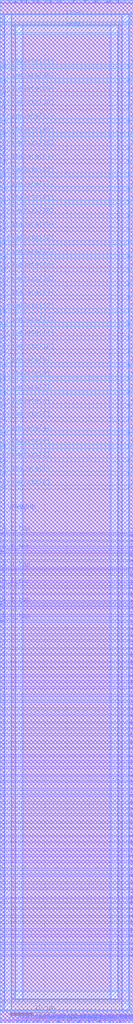
<source format=lef>
##
## LEF for PtnCells ;
## created by Innovus v15.20-p005_1 on Wed Apr 21 17:46:52 2021
##

VERSION 5.7 ;

BUSBITCHARS "[]" ;
DIVIDERCHAR "/" ;

MACRO W_IO
  CLASS BLOCK ;
  SIZE 29.9000 BY 229.8400 ;
  FOREIGN W_IO 0.0000 0.0000 ;
  ORIGIN 0 0 ;
  SYMMETRY X Y R90 ;
  PIN E1BEG[3]
    DIRECTION OUTPUT ;
    USE SIGNAL ;
    ANTENNAPARTIALMETALAREA 0.5533 LAYER met1  ;
    ANTENNAPARTIALMETALSIDEAREA 2.6215 LAYER met1  ;
    ANTENNAPARTIALCUTAREA 0.0225 LAYER via  ;
    ANTENNADIFFAREA 1.782 LAYER met2  ;
    ANTENNAPARTIALMETALAREA 12.1166 LAYER met2  ;
    ANTENNAPARTIALMETALSIDEAREA 60.347 LAYER met2  ;
    PORT
      LAYER met1 ;
        RECT 29.3050 67.4200 29.9000 67.5600 ;
    END
  END E1BEG[3]
  PIN E1BEG[2]
    DIRECTION OUTPUT ;
    USE SIGNAL ;
    ANTENNAPARTIALMETALAREA 0.8777 LAYER met1  ;
    ANTENNAPARTIALMETALSIDEAREA 4.2805 LAYER met1  ;
    ANTENNAPARTIALCUTAREA 0.0225 LAYER via  ;
    ANTENNAPARTIALMETALAREA 2.5969 LAYER met2  ;
    ANTENNAPARTIALMETALSIDEAREA 12.8135 LAYER met2  ;
    ANTENNAPARTIALCUTAREA 0.04 LAYER via2  ;
    ANTENNAPARTIALMETALAREA 0.538 LAYER met3  ;
    ANTENNAPARTIALMETALSIDEAREA 3.336 LAYER met3  ;
    ANTENNAPARTIALCUTAREA 0.04 LAYER via3  ;
    ANTENNADIFFAREA 3.564 LAYER met4  ;
    ANTENNAPARTIALMETALAREA 10.0008 LAYER met4  ;
    ANTENNAPARTIALMETALSIDEAREA 53.808 LAYER met4  ;
    PORT
      LAYER met1 ;
        RECT 29.3050 66.0600 29.9000 66.2000 ;
    END
  END E1BEG[2]
  PIN E1BEG[1]
    DIRECTION OUTPUT ;
    USE SIGNAL ;
    ANTENNAPARTIALMETALAREA 3.6729 LAYER met1  ;
    ANTENNAPARTIALMETALSIDEAREA 18.1825 LAYER met1  ;
    ANTENNAPARTIALCUTAREA 0.0225 LAYER via  ;
    ANTENNADIFFAREA 1.782 LAYER met2  ;
    ANTENNAPARTIALMETALAREA 3.756 LAYER met2  ;
    ANTENNAPARTIALMETALSIDEAREA 18.662 LAYER met2  ;
    PORT
      LAYER met1 ;
        RECT 29.3050 64.7000 29.9000 64.8400 ;
    END
  END E1BEG[1]
  PIN E1BEG[0]
    DIRECTION OUTPUT ;
    USE SIGNAL ;
    ANTENNAPARTIALMETALAREA 0.3961 LAYER met1  ;
    ANTENNAPARTIALMETALSIDEAREA 1.8725 LAYER met1  ;
    ANTENNAPARTIALCUTAREA 0.0225 LAYER via  ;
    ANTENNAPARTIALMETALAREA 2.7901 LAYER met2  ;
    ANTENNAPARTIALMETALSIDEAREA 13.7795 LAYER met2  ;
    ANTENNAPARTIALCUTAREA 0.04 LAYER via2  ;
    ANTENNAPARTIALMETALAREA 1.78 LAYER met3  ;
    ANTENNAPARTIALMETALSIDEAREA 9.96 LAYER met3  ;
    ANTENNAPARTIALCUTAREA 0.04 LAYER via3  ;
    ANTENNADIFFAREA 3.564 LAYER met4  ;
    ANTENNAPARTIALMETALAREA 33.2418 LAYER met4  ;
    ANTENNAPARTIALMETALSIDEAREA 177.76 LAYER met4  ;
    PORT
      LAYER met1 ;
        RECT 29.3050 63.0000 29.9000 63.1400 ;
    END
  END E1BEG[0]
  PIN E2BEG[7]
    DIRECTION OUTPUT ;
    USE SIGNAL ;
    ANTENNADIFFAREA 3.564 LAYER met1  ;
    ANTENNAPARTIALMETALAREA 1.0681 LAYER met1  ;
    ANTENNAPARTIALMETALSIDEAREA 5.236 LAYER met1  ;
    PORT
      LAYER met1 ;
        RECT 29.3050 79.6600 29.9000 79.8000 ;
    END
  END E2BEG[7]
  PIN E2BEG[6]
    DIRECTION OUTPUT ;
    USE SIGNAL ;
    ANTENNADIFFAREA 3.564 LAYER met1  ;
    ANTENNAPARTIALMETALAREA 1.0397 LAYER met1  ;
    ANTENNAPARTIALMETALSIDEAREA 5.131 LAYER met1  ;
    PORT
      LAYER met1 ;
        RECT 29.3050 77.9600 29.9000 78.1000 ;
    END
  END E2BEG[6]
  PIN E2BEG[5]
    DIRECTION OUTPUT ;
    USE SIGNAL ;
    ANTENNAPARTIALMETALAREA 0.7657 LAYER met1  ;
    ANTENNAPARTIALMETALSIDEAREA 3.7205 LAYER met1  ;
    ANTENNAPARTIALCUTAREA 0.0225 LAYER via  ;
    ANTENNADIFFAREA 3.564 LAYER met2  ;
    ANTENNAPARTIALMETALAREA 1.8828 LAYER met2  ;
    ANTENNAPARTIALMETALSIDEAREA 9.296 LAYER met2  ;
    PORT
      LAYER met1 ;
        RECT 29.3050 76.6000 29.9000 76.7400 ;
    END
  END E2BEG[5]
  PIN E2BEG[4]
    DIRECTION OUTPUT ;
    USE SIGNAL ;
    ANTENNADIFFAREA 3.564 LAYER met1  ;
    ANTENNAPARTIALMETALAREA 0.9592 LAYER met1  ;
    ANTENNAPARTIALMETALSIDEAREA 4.7285 LAYER met1  ;
    PORT
      LAYER met1 ;
        RECT 29.3050 75.2400 29.9000 75.3800 ;
    END
  END E2BEG[4]
  PIN E2BEG[3]
    DIRECTION OUTPUT ;
    USE SIGNAL ;
    ANTENNAPARTIALMETALAREA 1.3285 LAYER met1  ;
    ANTENNAPARTIALMETALSIDEAREA 6.5345 LAYER met1  ;
    ANTENNAPARTIALCUTAREA 0.0225 LAYER via  ;
    ANTENNADIFFAREA 3.564 LAYER met2  ;
    ANTENNAPARTIALMETALAREA 5.8028 LAYER met2  ;
    ANTENNAPARTIALMETALSIDEAREA 28.896 LAYER met2  ;
    PORT
      LAYER met1 ;
        RECT 29.3050 73.5400 29.9000 73.6800 ;
    END
  END E2BEG[3]
  PIN E2BEG[2]
    DIRECTION OUTPUT ;
    USE SIGNAL ;
    ANTENNAPARTIALMETALAREA 1.4405 LAYER met1  ;
    ANTENNAPARTIALMETALSIDEAREA 7.0945 LAYER met1  ;
    ANTENNAPARTIALCUTAREA 0.0225 LAYER via  ;
    ANTENNADIFFAREA 3.564 LAYER met2  ;
    ANTENNAPARTIALMETALAREA 10.3556 LAYER met2  ;
    ANTENNAPARTIALMETALSIDEAREA 51.66 LAYER met2  ;
    PORT
      LAYER met1 ;
        RECT 29.3050 72.1800 29.9000 72.3200 ;
    END
  END E2BEG[2]
  PIN E2BEG[1]
    DIRECTION OUTPUT ;
    USE SIGNAL ;
    ANTENNAPARTIALMETALAREA 1.3929 LAYER met1  ;
    ANTENNAPARTIALMETALSIDEAREA 6.8565 LAYER met1  ;
    ANTENNAPARTIALCUTAREA 0.0225 LAYER via  ;
    ANTENNADIFFAREA 3.564 LAYER met2  ;
    ANTENNAPARTIALMETALAREA 7.4856 LAYER met2  ;
    ANTENNAPARTIALMETALSIDEAREA 37.31 LAYER met2  ;
    PORT
      LAYER met1 ;
        RECT 29.3050 70.4800 29.9000 70.6200 ;
    END
  END E2BEG[1]
  PIN E2BEG[0]
    DIRECTION OUTPUT ;
    USE SIGNAL ;
    ANTENNADIFFAREA 3.564 LAYER met1  ;
    ANTENNAPARTIALMETALAREA 0.9795 LAYER met1  ;
    ANTENNAPARTIALMETALSIDEAREA 4.83 LAYER met1  ;
    PORT
      LAYER met1 ;
        RECT 29.3050 69.1200 29.9000 69.2600 ;
    END
  END E2BEG[0]
  PIN E2BEGb[7]
    DIRECTION OUTPUT ;
    USE SIGNAL ;
    ANTENNADIFFAREA 3.564 LAYER met1  ;
    ANTENNAPARTIALMETALAREA 1.0068 LAYER met1  ;
    ANTENNAPARTIALMETALSIDEAREA 4.9665 LAYER met1  ;
    PORT
      LAYER met1 ;
        RECT 29.3050 91.5600 29.9000 91.7000 ;
    END
  END E2BEGb[7]
  PIN E2BEGb[6]
    DIRECTION OUTPUT ;
    USE SIGNAL ;
    ANTENNADIFFAREA 3.564 LAYER met1  ;
    ANTENNAPARTIALMETALAREA 1.0415 LAYER met1  ;
    ANTENNAPARTIALMETALSIDEAREA 5.103 LAYER met1  ;
    PORT
      LAYER met1 ;
        RECT 29.3050 90.2000 29.9000 90.3400 ;
    END
  END E2BEGb[6]
  PIN E2BEGb[5]
    DIRECTION OUTPUT ;
    USE SIGNAL ;
    ANTENNADIFFAREA 3.564 LAYER met1  ;
    ANTENNAPARTIALMETALAREA 0.9897 LAYER met1  ;
    ANTENNAPARTIALMETALSIDEAREA 4.844 LAYER met1  ;
    PORT
      LAYER met1 ;
        RECT 29.3050 88.5000 29.9000 88.6400 ;
    END
  END E2BEGb[5]
  PIN E2BEGb[4]
    DIRECTION OUTPUT ;
    USE SIGNAL ;
    ANTENNADIFFAREA 3.564 LAYER met1  ;
    ANTENNAPARTIALMETALAREA 0.9277 LAYER met1  ;
    ANTENNAPARTIALMETALSIDEAREA 4.571 LAYER met1  ;
    PORT
      LAYER met1 ;
        RECT 29.3050 87.1400 29.9000 87.2800 ;
    END
  END E2BEGb[4]
  PIN E2BEGb[3]
    DIRECTION OUTPUT ;
    USE SIGNAL ;
    ANTENNAPARTIALMETALAREA 2.2448 LAYER met1  ;
    ANTENNAPARTIALMETALSIDEAREA 11.116 LAYER met1  ;
    ANTENNAPARTIALCUTAREA 0.0225 LAYER via  ;
    ANTENNADIFFAREA 3.564 LAYER met2  ;
    ANTENNAPARTIALMETALAREA 4.7556 LAYER met2  ;
    ANTENNAPARTIALMETALSIDEAREA 23.66 LAYER met2  ;
    PORT
      LAYER met1 ;
        RECT 29.3050 85.7800 29.9000 85.9200 ;
    END
  END E2BEGb[3]
  PIN E2BEGb[2]
    DIRECTION OUTPUT ;
    USE SIGNAL ;
    ANTENNAPARTIALMETALAREA 0.7825 LAYER met1  ;
    ANTENNAPARTIALMETALSIDEAREA 3.8045 LAYER met1  ;
    ANTENNAPARTIALCUTAREA 0.0225 LAYER via  ;
    ANTENNADIFFAREA 3.564 LAYER met2  ;
    ANTENNAPARTIALMETALAREA 3.9296 LAYER met2  ;
    ANTENNAPARTIALMETALSIDEAREA 19.53 LAYER met2  ;
    PORT
      LAYER met1 ;
        RECT 29.3050 84.0800 29.9000 84.2200 ;
    END
  END E2BEGb[2]
  PIN E2BEGb[1]
    DIRECTION OUTPUT ;
    USE SIGNAL ;
    ANTENNADIFFAREA 3.564 LAYER met1  ;
    ANTENNAPARTIALMETALAREA 0.7681 LAYER met1  ;
    ANTENNAPARTIALMETALSIDEAREA 3.773 LAYER met1  ;
    PORT
      LAYER met1 ;
        RECT 29.3050 82.7200 29.9000 82.8600 ;
    END
  END E2BEGb[1]
  PIN E2BEGb[0]
    DIRECTION OUTPUT ;
    USE SIGNAL ;
    ANTENNADIFFAREA 3.564 LAYER met1  ;
    ANTENNAPARTIALMETALAREA 0.9897 LAYER met1  ;
    ANTENNAPARTIALMETALSIDEAREA 4.844 LAYER met1  ;
    PORT
      LAYER met1 ;
        RECT 29.3050 81.0200 29.9000 81.1600 ;
    END
  END E2BEGb[0]
  PIN E6BEG[11]
    DIRECTION OUTPUT ;
    USE SIGNAL ;
    ANTENNAPARTIALMETALAREA 1.7097 LAYER met1  ;
    ANTENNAPARTIALMETALSIDEAREA 8.4035 LAYER met1  ;
    ANTENNAPARTIALCUTAREA 0.0225 LAYER via  ;
    ANTENNADIFFAREA 1.782 LAYER met2  ;
    ANTENNAPARTIALMETALAREA 5.4388 LAYER met2  ;
    ANTENNAPARTIALMETALSIDEAREA 27.076 LAYER met2  ;
    PORT
      LAYER met1 ;
        RECT 29.3050 109.5800 29.9000 109.7200 ;
    END
  END E6BEG[11]
  PIN E6BEG[10]
    DIRECTION OUTPUT ;
    USE SIGNAL ;
    ANTENNAPARTIALMETALAREA 3.1436 LAYER met1  ;
    ANTENNAPARTIALMETALSIDEAREA 15.61 LAYER met1  ;
    ANTENNAPARTIALCUTAREA 0.0225 LAYER via  ;
    ANTENNAPARTIALMETALAREA 0.7867 LAYER met2  ;
    ANTENNAPARTIALMETALSIDEAREA 3.7625 LAYER met2  ;
    ANTENNAPARTIALCUTAREA 0.04 LAYER via2  ;
    ANTENNAPARTIALMETALAREA 0.262 LAYER met3  ;
    ANTENNAPARTIALMETALSIDEAREA 1.864 LAYER met3  ;
    ANTENNAPARTIALCUTAREA 0.04 LAYER via3  ;
    ANTENNADIFFAREA 1.782 LAYER met4  ;
    ANTENNAPARTIALMETALAREA 22.6278 LAYER met4  ;
    ANTENNAPARTIALMETALSIDEAREA 121.152 LAYER met4  ;
    PORT
      LAYER met1 ;
        RECT 29.3050 108.2200 29.9000 108.3600 ;
    END
  END E6BEG[10]
  PIN E6BEG[9]
    DIRECTION OUTPUT ;
    USE SIGNAL ;
    ANTENNADIFFAREA 1.782 LAYER met1  ;
    ANTENNAPARTIALMETALAREA 1.9095 LAYER met1  ;
    ANTENNAPARTIALMETALSIDEAREA 9.443 LAYER met1  ;
    PORT
      LAYER met1 ;
        RECT 29.3050 106.8600 29.9000 107.0000 ;
    END
  END E6BEG[9]
  PIN E6BEG[8]
    DIRECTION OUTPUT ;
    USE SIGNAL ;
    ANTENNAPARTIALMETALAREA 1.0993 LAYER met1  ;
    ANTENNAPARTIALMETALSIDEAREA 5.3515 LAYER met1  ;
    ANTENNAPARTIALCUTAREA 0.0225 LAYER via  ;
    ANTENNADIFFAREA 1.782 LAYER met2  ;
    ANTENNAPARTIALMETALAREA 3.8344 LAYER met2  ;
    ANTENNAPARTIALMETALSIDEAREA 19.054 LAYER met2  ;
    PORT
      LAYER met1 ;
        RECT 29.3050 105.1600 29.9000 105.3000 ;
    END
  END E6BEG[8]
  PIN E6BEG[7]
    DIRECTION OUTPUT ;
    USE SIGNAL ;
    ANTENNADIFFAREA 1.782 LAYER met1  ;
    ANTENNAPARTIALMETALAREA 1.8619 LAYER met1  ;
    ANTENNAPARTIALMETALSIDEAREA 9.205 LAYER met1  ;
    PORT
      LAYER met1 ;
        RECT 29.3050 103.8000 29.9000 103.9400 ;
    END
  END E6BEG[7]
  PIN E6BEG[6]
    DIRECTION OUTPUT ;
    USE SIGNAL ;
    ANTENNAPARTIALMETALAREA 1.262 LAYER met1  ;
    ANTENNAPARTIALMETALSIDEAREA 6.202 LAYER met1  ;
    ANTENNAPARTIALCUTAREA 0.0225 LAYER via  ;
    ANTENNADIFFAREA 1.782 LAYER met2  ;
    ANTENNAPARTIALMETALAREA 15.1184 LAYER met2  ;
    ANTENNAPARTIALMETALSIDEAREA 75.474 LAYER met2  ;
    PORT
      LAYER met1 ;
        RECT 29.3050 102.1000 29.9000 102.2400 ;
    END
  END E6BEG[6]
  PIN E6BEG[5]
    DIRECTION OUTPUT ;
    USE SIGNAL ;
    ANTENNADIFFAREA 3.564 LAYER met1  ;
    ANTENNAPARTIALMETALAREA 1.1157 LAYER met1  ;
    ANTENNAPARTIALMETALSIDEAREA 5.474 LAYER met1  ;
    PORT
      LAYER met1 ;
        RECT 29.3050 100.7400 29.9000 100.8800 ;
    END
  END E6BEG[5]
  PIN E6BEG[4]
    DIRECTION OUTPUT ;
    USE SIGNAL ;
    ANTENNAPARTIALMETALAREA 0.8797 LAYER met1  ;
    ANTENNAPARTIALMETALSIDEAREA 4.284 LAYER met1  ;
    ANTENNAPARTIALCUTAREA 0.0225 LAYER via  ;
    ANTENNADIFFAREA 3.564 LAYER met2  ;
    ANTENNAPARTIALMETALAREA 0.9784 LAYER met2  ;
    ANTENNAPARTIALMETALSIDEAREA 4.774 LAYER met2  ;
    PORT
      LAYER met1 ;
        RECT 29.3050 99.0400 29.9000 99.1800 ;
    END
  END E6BEG[4]
  PIN E6BEG[3]
    DIRECTION OUTPUT ;
    USE SIGNAL ;
    ANTENNAPARTIALMETALAREA 1.7793 LAYER met1  ;
    ANTENNAPARTIALMETALSIDEAREA 8.7885 LAYER met1  ;
    ANTENNAPARTIALCUTAREA 0.0225 LAYER via  ;
    ANTENNAPARTIALMETALAREA 1.8633 LAYER met2  ;
    ANTENNAPARTIALMETALSIDEAREA 9.1455 LAYER met2  ;
    ANTENNAPARTIALCUTAREA 0.04 LAYER via2  ;
    ANTENNAPARTIALMETALAREA 1.021 LAYER met3  ;
    ANTENNAPARTIALMETALSIDEAREA 5.912 LAYER met3  ;
    ANTENNAPARTIALCUTAREA 0.04 LAYER via3  ;
    ANTENNADIFFAREA 3.564 LAYER met4  ;
    ANTENNAPARTIALMETALAREA 5.9748 LAYER met4  ;
    ANTENNAPARTIALMETALSIDEAREA 32.336 LAYER met4  ;
    PORT
      LAYER met1 ;
        RECT 29.3050 97.6800 29.9000 97.8200 ;
    END
  END E6BEG[3]
  PIN E6BEG[2]
    DIRECTION OUTPUT ;
    USE SIGNAL ;
    ANTENNAPARTIALMETALAREA 1.3401 LAYER met1  ;
    ANTENNAPARTIALMETALSIDEAREA 6.5555 LAYER met1  ;
    ANTENNAPARTIALCUTAREA 0.0225 LAYER via  ;
    ANTENNADIFFAREA 3.564 LAYER met2  ;
    ANTENNAPARTIALMETALAREA 4.5916 LAYER met2  ;
    ANTENNAPARTIALMETALSIDEAREA 22.722 LAYER met2  ;
    PORT
      LAYER met1 ;
        RECT 29.3050 96.3200 29.9000 96.4600 ;
    END
  END E6BEG[2]
  PIN E6BEG[1]
    DIRECTION OUTPUT ;
    USE SIGNAL ;
    ANTENNAPARTIALMETALAREA 1.3779 LAYER met1  ;
    ANTENNAPARTIALMETALSIDEAREA 6.7445 LAYER met1  ;
    ANTENNAPARTIALCUTAREA 0.0225 LAYER via  ;
    ANTENNADIFFAREA 3.564 LAYER met2  ;
    ANTENNAPARTIALMETALAREA 0.9784 LAYER met2  ;
    ANTENNAPARTIALMETALSIDEAREA 4.774 LAYER met2  ;
    PORT
      LAYER met1 ;
        RECT 29.3050 94.6200 29.9000 94.7600 ;
    END
  END E6BEG[1]
  PIN E6BEG[0]
    DIRECTION OUTPUT ;
    USE SIGNAL ;
    ANTENNAPARTIALMETALAREA 0.7181 LAYER met1  ;
    ANTENNAPARTIALMETALSIDEAREA 3.4825 LAYER met1  ;
    ANTENNAPARTIALCUTAREA 0.0225 LAYER via  ;
    ANTENNAPARTIALMETALAREA 6.1543 LAYER met2  ;
    ANTENNAPARTIALMETALSIDEAREA 30.6005 LAYER met2  ;
    ANTENNAPARTIALCUTAREA 0.04 LAYER via2  ;
    ANTENNAPARTIALMETALAREA 0.676 LAYER met3  ;
    ANTENNAPARTIALMETALSIDEAREA 4.072 LAYER met3  ;
    ANTENNAPARTIALCUTAREA 0.04 LAYER via3  ;
    ANTENNADIFFAREA 3.564 LAYER met4  ;
    ANTENNAPARTIALMETALAREA 17.8938 LAYER met4  ;
    ANTENNAPARTIALMETALSIDEAREA 95.904 LAYER met4  ;
    PORT
      LAYER met1 ;
        RECT 29.3050 93.2600 29.9000 93.4000 ;
    END
  END E6BEG[0]
  PIN W1END[3]
    DIRECTION INPUT ;
    USE SIGNAL ;
    PORT
      LAYER met1 ;
        RECT 29.3050 19.4800 29.9000 19.6200 ;
    END
  END W1END[3]
  PIN W1END[2]
    DIRECTION INPUT ;
    USE SIGNAL ;
    PORT
      LAYER met1 ;
        RECT 29.3050 17.7800 29.9000 17.9200 ;
    END
  END W1END[2]
  PIN W1END[1]
    DIRECTION INPUT ;
    USE SIGNAL ;
    PORT
      LAYER met1 ;
        RECT 29.3050 16.4200 29.9000 16.5600 ;
    END
  END W1END[1]
  PIN W1END[0]
    DIRECTION INPUT ;
    USE SIGNAL ;
    PORT
      LAYER met1 ;
        RECT 29.3050 15.0600 29.9000 15.2000 ;
    END
  END W1END[0]
  PIN W2MID[7]
    DIRECTION INPUT ;
    USE SIGNAL ;
    ANTENNAPARTIALMETALAREA 2.2112 LAYER met1  ;
    ANTENNAPARTIALMETALSIDEAREA 10.948 LAYER met1  ;
    ANTENNAPARTIALCUTAREA 0.0225 LAYER via  ;
    ANTENNAPARTIALMETALAREA 6.9652 LAYER met2  ;
    ANTENNAPARTIALMETALSIDEAREA 34.482 LAYER met2  ;
    ANTENNAMODEL OXIDE1 ;
    ANTENNAGATEAREA 1.98 LAYER met2  ;
    ANTENNAMAXAREACAR 5.54848 LAYER met2  ;
    ANTENNAMAXSIDEAREACAR 25.9859 LAYER met2  ;
    ANTENNAMAXCUTCAR 0.103838 LAYER via2  ;
    PORT
      LAYER met1 ;
        RECT 29.3050 31.3800 29.9000 31.5200 ;
    END
  END W2MID[7]
  PIN W2MID[6]
    DIRECTION INPUT ;
    USE SIGNAL ;
    ANTENNAPARTIALMETALAREA 0.3961 LAYER met1  ;
    ANTENNAPARTIALMETALSIDEAREA 1.8725 LAYER met1  ;
    ANTENNAPARTIALCUTAREA 0.0225 LAYER via  ;
    ANTENNAPARTIALMETALAREA 0.6607 LAYER met2  ;
    ANTENNAPARTIALMETALSIDEAREA 3.1325 LAYER met2  ;
    ANTENNAPARTIALCUTAREA 0.04 LAYER via2  ;
    ANTENNAPARTIALMETALAREA 0.745 LAYER met3  ;
    ANTENNAPARTIALMETALSIDEAREA 4.44 LAYER met3  ;
    ANTENNAPARTIALCUTAREA 0.04 LAYER via3  ;
    ANTENNAPARTIALMETALAREA 12.1968 LAYER met4  ;
    ANTENNAPARTIALMETALSIDEAREA 65.52 LAYER met4  ;
    ANTENNAMODEL OXIDE1 ;
    ANTENNAGATEAREA 1.98 LAYER met4  ;
    ANTENNAMAXAREACAR 36.5371 LAYER met4  ;
    ANTENNAMAXSIDEAREACAR 183.162 LAYER met4  ;
    ANTENNAMAXCUTCAR 0.64202 LAYER via4  ;
    PORT
      LAYER met1 ;
        RECT 29.3050 30.0200 29.9000 30.1600 ;
    END
  END W2MID[6]
  PIN W2MID[5]
    DIRECTION INPUT ;
    USE SIGNAL ;
    ANTENNAPARTIALMETALAREA 6.1717 LAYER met1  ;
    ANTENNAPARTIALMETALSIDEAREA 30.5655 LAYER met1  ;
    ANTENNAMODEL OXIDE1 ;
    ANTENNAGATEAREA 0.495 LAYER met1  ;
    ANTENNAMAXAREACAR 14.2002 LAYER met1  ;
    ANTENNAMAXSIDEAREACAR 63.6354 LAYER met1  ;
    ANTENNAPARTIALCUTAREA 0.0225 LAYER via  ;
    ANTENNAMAXCUTCAR 0.27899 LAYER via  ;
    ANTENNAPARTIALMETALAREA 3.0252 LAYER met2  ;
    ANTENNAPARTIALMETALSIDEAREA 15.008 LAYER met2  ;
    ANTENNAGATEAREA 1.98 LAYER met2  ;
    ANTENNAMAXAREACAR 15.7281 LAYER met2  ;
    ANTENNAMAXSIDEAREACAR 71.2151 LAYER met2  ;
    ANTENNAMAXCUTCAR 0.27899 LAYER via2  ;
    PORT
      LAYER met1 ;
        RECT 29.3050 27.9800 29.9000 28.1200 ;
    END
  END W2MID[5]
  PIN W2MID[4]
    DIRECTION INPUT ;
    USE SIGNAL ;
    ANTENNAPARTIALMETALAREA 1.1973 LAYER met1  ;
    ANTENNAPARTIALMETALSIDEAREA 5.8415 LAYER met1  ;
    ANTENNAPARTIALCUTAREA 0.0225 LAYER via  ;
    ANTENNAPARTIALMETALAREA 6.557 LAYER met2  ;
    ANTENNAPARTIALMETALSIDEAREA 32.431 LAYER met2  ;
    ANTENNAMODEL OXIDE1 ;
    ANTENNAGATEAREA 1.98 LAYER met2  ;
    ANTENNAMAXAREACAR 11.8926 LAYER met2  ;
    ANTENNAMAXSIDEAREACAR 56.3247 LAYER met2  ;
    ANTENNAMAXCUTCAR 0.298586 LAYER via2  ;
    PORT
      LAYER met1 ;
        RECT 29.3050 26.9600 29.9000 27.1000 ;
    END
  END W2MID[4]
  PIN W2MID[3]
    DIRECTION INPUT ;
    USE SIGNAL ;
    ANTENNAPARTIALMETALAREA 5.1578 LAYER met1  ;
    ANTENNAPARTIALMETALSIDEAREA 25.5395 LAYER met1  ;
    ANTENNAMODEL OXIDE1 ;
    ANTENNAGATEAREA 0.126 LAYER met1  ;
    ANTENNAMAXAREACAR 41.8083 LAYER met1  ;
    ANTENNAMAXSIDEAREACAR 203.901 LAYER met1  ;
    ANTENNAPARTIALCUTAREA 0.0225 LAYER via  ;
    ANTENNAMAXCUTCAR 0.407937 LAYER via  ;
    ANTENNAPARTIALMETALAREA 7.0144 LAYER met2  ;
    ANTENNAPARTIALMETALSIDEAREA 34.846 LAYER met2  ;
    ANTENNAGATEAREA 1.737 LAYER met2  ;
    ANTENNAMAXAREACAR 45.8466 LAYER met2  ;
    ANTENNAMAXSIDEAREACAR 223.962 LAYER met2  ;
    ANTENNAMAXCUTCAR 0.407937 LAYER via2  ;
    PORT
      LAYER met1 ;
        RECT 29.3050 25.6000 29.9000 25.7400 ;
    END
  END W2MID[3]
  PIN W2MID[2]
    DIRECTION INPUT ;
    USE SIGNAL ;
    ANTENNAPARTIALMETALAREA 2.1985 LAYER met1  ;
    ANTENNAPARTIALMETALSIDEAREA 10.878 LAYER met1  ;
    ANTENNAMODEL OXIDE1 ;
    ANTENNAGATEAREA 1.485 LAYER met1  ;
    ANTENNAMAXAREACAR 2.30626 LAYER met1  ;
    ANTENNAMAXSIDEAREACAR 8.26667 LAYER met1  ;
    ANTENNAPARTIALCUTAREA 0.0225 LAYER via  ;
    ANTENNAMAXCUTCAR 0.0540741 LAYER via  ;
    ANTENNAPARTIALMETALAREA 0.8341 LAYER met2  ;
    ANTENNAPARTIALMETALSIDEAREA 3.8815 LAYER met2  ;
    ANTENNAGATEAREA 1.611 LAYER met2  ;
    ANTENNAMAXAREACAR 23.4154 LAYER met2  ;
    ANTENNAMAXSIDEAREACAR 51.6078 LAYER met2  ;
    ANTENNAPARTIALCUTAREA 0.04 LAYER via2  ;
    ANTENNAMAXCUTCAR 0.840702 LAYER via2  ;
    ANTENNAPARTIALMETALAREA 0.676 LAYER met3  ;
    ANTENNAPARTIALMETALSIDEAREA 4.072 LAYER met3  ;
    ANTENNAGATEAREA 1.611 LAYER met3  ;
    ANTENNAMAXAREACAR 23.835 LAYER met3  ;
    ANTENNAMAXSIDEAREACAR 54.1354 LAYER met3  ;
    ANTENNAPARTIALCUTAREA 0.04 LAYER via3  ;
    ANTENNAMAXCUTCAR 0.865532 LAYER via3  ;
    ANTENNAPARTIALMETALAREA 6.0936 LAYER met4  ;
    ANTENNAPARTIALMETALSIDEAREA 33.44 LAYER met4  ;
    ANTENNAGATEAREA 1.737 LAYER met4  ;
    ANTENNAMAXAREACAR 54.4204 LAYER met4  ;
    ANTENNAMAXSIDEAREACAR 281.291 LAYER met4  ;
    ANTENNAMAXCUTCAR 1.04286 LAYER via4  ;
    PORT
      LAYER met1 ;
        RECT 29.3050 23.9000 29.9000 24.0400 ;
    END
  END W2MID[2]
  PIN W2MID[1]
    DIRECTION INPUT ;
    USE SIGNAL ;
    ANTENNAPARTIALMETALAREA 3.3293 LAYER met1  ;
    ANTENNAPARTIALMETALSIDEAREA 16.471 LAYER met1  ;
    ANTENNAMODEL OXIDE1 ;
    ANTENNAGATEAREA 0.126 LAYER met1  ;
    ANTENNAMAXAREACAR 28.704 LAYER met1  ;
    ANTENNAMAXSIDEAREACAR 132.802 LAYER met1  ;
    ANTENNAPARTIALCUTAREA 0.0225 LAYER via  ;
    ANTENNAMAXCUTCAR 0.407937 LAYER via  ;
    ANTENNAPARTIALMETALAREA 11.0988 LAYER met2  ;
    ANTENNAPARTIALMETALSIDEAREA 55.258 LAYER met2  ;
    ANTENNAGATEAREA 1.737 LAYER met2  ;
    ANTENNAMAXAREACAR 35.0936 LAYER met2  ;
    ANTENNAMAXSIDEAREACAR 164.614 LAYER met2  ;
    ANTENNAMAXCUTCAR 0.407937 LAYER via2  ;
    PORT
      LAYER met1 ;
        RECT 29.3050 22.5400 29.9000 22.6800 ;
    END
  END W2MID[1]
  PIN W2MID[0]
    DIRECTION INPUT ;
    USE SIGNAL ;
    ANTENNAPARTIALMETALAREA 5.6469 LAYER met1  ;
    ANTENNAPARTIALMETALSIDEAREA 28.056 LAYER met1  ;
    ANTENNAMODEL OXIDE1 ;
    ANTENNAGATEAREA 1.98 LAYER met1  ;
    ANTENNAMAXAREACAR 8.03318 LAYER met1  ;
    ANTENNAMAXSIDEAREACAR 20.2141 LAYER met1  ;
    ANTENNAMAXCUTCAR 0.116768 LAYER via  ;
    PORT
      LAYER met1 ;
        RECT 29.3050 20.8400 29.9000 20.9800 ;
    END
  END W2MID[0]
  PIN W2END[7]
    DIRECTION INPUT ;
    USE SIGNAL ;
    ANTENNAPARTIALMETALAREA 1.9291 LAYER met1  ;
    ANTENNAPARTIALMETALSIDEAREA 9.5375 LAYER met1  ;
    ANTENNAPARTIALCUTAREA 0.0225 LAYER via  ;
    ANTENNAPARTIALMETALAREA 8.6024 LAYER met2  ;
    ANTENNAPARTIALMETALSIDEAREA 42.658 LAYER met2  ;
    ANTENNAMODEL OXIDE1 ;
    ANTENNAGATEAREA 1.737 LAYER met2  ;
    ANTENNAMAXAREACAR 17.7147 LAYER met2  ;
    ANTENNAMAXSIDEAREACAR 83.737 LAYER met2  ;
    ANTENNAMAXCUTCAR 0.586508 LAYER via2  ;
    PORT
      LAYER met1 ;
        RECT 29.3050 43.6200 29.9000 43.7600 ;
    END
  END W2END[7]
  PIN W2END[6]
    DIRECTION INPUT ;
    USE SIGNAL ;
    ANTENNAPARTIALMETALAREA 5.1129 LAYER met1  ;
    ANTENNAPARTIALMETALSIDEAREA 25.3085 LAYER met1  ;
    ANTENNAMODEL OXIDE1 ;
    ANTENNAGATEAREA 1.611 LAYER met1  ;
    ANTENNAMAXAREACAR 4.99597 LAYER met1  ;
    ANTENNAMAXSIDEAREACAR 17.2495 LAYER met1  ;
    ANTENNAPARTIALCUTAREA 0.0225 LAYER via  ;
    ANTENNAMAXCUTCAR 0.243332 LAYER via  ;
    ANTENNAPARTIALMETALAREA 1.3033 LAYER met2  ;
    ANTENNAPARTIALMETALSIDEAREA 6.3455 LAYER met2  ;
    ANTENNAGATEAREA 1.611 LAYER met2  ;
    ANTENNAMAXAREACAR 5.80497 LAYER met2  ;
    ANTENNAMAXSIDEAREACAR 21.1883 LAYER met2  ;
    ANTENNAPARTIALCUTAREA 0.04 LAYER via2  ;
    ANTENNAMAXCUTCAR 0.268161 LAYER via2  ;
    ANTENNAPARTIALMETALAREA 2.953 LAYER met3  ;
    ANTENNAPARTIALMETALSIDEAREA 16.216 LAYER met3  ;
    ANTENNAGATEAREA 1.611 LAYER met3  ;
    ANTENNAMAXAREACAR 7.63799 LAYER met3  ;
    ANTENNAMAXSIDEAREACAR 31.2541 LAYER met3  ;
    ANTENNAPARTIALCUTAREA 0.04 LAYER via3  ;
    ANTENNAMAXCUTCAR 0.29299 LAYER via3  ;
    ANTENNAPARTIALMETALAREA 10.0008 LAYER met4  ;
    ANTENNAPARTIALMETALSIDEAREA 53.808 LAYER met4  ;
    ANTENNAGATEAREA 1.737 LAYER met4  ;
    ANTENNAMAXAREACAR 43.8936 LAYER met4  ;
    ANTENNAMAXSIDEAREACAR 119.12 LAYER met4  ;
    ANTENNAMAXCUTCAR 1.04286 LAYER via4  ;
    PORT
      LAYER met1 ;
        RECT 29.3050 41.9200 29.9000 42.0600 ;
    END
  END W2END[6]
  PIN W2END[5]
    DIRECTION INPUT ;
    USE SIGNAL ;
    ANTENNAPARTIALMETALAREA 1.2977 LAYER met1  ;
    ANTENNAPARTIALMETALSIDEAREA 6.3805 LAYER met1  ;
    ANTENNAPARTIALCUTAREA 0.0225 LAYER via  ;
    ANTENNAPARTIALMETALAREA 5.9469 LAYER met2  ;
    ANTENNAPARTIALMETALSIDEAREA 29.4455 LAYER met2  ;
    ANTENNAMODEL OXIDE1 ;
    ANTENNAGATEAREA 0.126 LAYER met2  ;
    ANTENNAMAXAREACAR 70.9937 LAYER met2  ;
    ANTENNAMAXSIDEAREACAR 333.365 LAYER met2  ;
    ANTENNAPARTIALCUTAREA 0.04 LAYER via2  ;
    ANTENNAMAXCUTCAR 0.903968 LAYER via2  ;
    ANTENNAPARTIALMETALAREA 0.745 LAYER met3  ;
    ANTENNAPARTIALMETALSIDEAREA 4.44 LAYER met3  ;
    ANTENNAGATEAREA 0.126 LAYER met3  ;
    ANTENNAMAXAREACAR 76.9063 LAYER met3  ;
    ANTENNAMAXSIDEAREACAR 368.603 LAYER met3  ;
    ANTENNAPARTIALCUTAREA 0.04 LAYER via3  ;
    ANTENNAMAXCUTCAR 1.22143 LAYER via3  ;
    ANTENNAPARTIALMETALAREA 10.2078 LAYER met4  ;
    ANTENNAPARTIALMETALSIDEAREA 54.912 LAYER met4  ;
    ANTENNAGATEAREA 1.737 LAYER met4  ;
    ANTENNAMAXAREACAR 82.783 LAYER met4  ;
    ANTENNAMAXSIDEAREACAR 400.216 LAYER met4  ;
    ANTENNAMAXCUTCAR 1.22143 LAYER via4  ;
    PORT
      LAYER met1 ;
        RECT 29.3050 40.5600 29.9000 40.7000 ;
    END
  END W2END[5]
  PIN W2END[4]
    DIRECTION INPUT ;
    USE SIGNAL ;
    ANTENNAPARTIALMETALAREA 0.3961 LAYER met1  ;
    ANTENNAPARTIALMETALSIDEAREA 1.8725 LAYER met1  ;
    ANTENNAPARTIALCUTAREA 0.0225 LAYER via  ;
    ANTENNAPARTIALMETALAREA 3.3515 LAYER met2  ;
    ANTENNAPARTIALMETALSIDEAREA 16.5865 LAYER met2  ;
    ANTENNAPARTIALCUTAREA 0.04 LAYER via2  ;
    ANTENNAPARTIALMETALAREA 3.229 LAYER met3  ;
    ANTENNAPARTIALMETALSIDEAREA 17.688 LAYER met3  ;
    ANTENNAPARTIALCUTAREA 0.04 LAYER via3  ;
    ANTENNAPARTIALMETALAREA 18.0768 LAYER met4  ;
    ANTENNAPARTIALMETALSIDEAREA 96.88 LAYER met4  ;
    ANTENNAMODEL OXIDE1 ;
    ANTENNAGATEAREA 1.737 LAYER met4  ;
    ANTENNAMAXAREACAR 33.1585 LAYER met4  ;
    ANTENNAMAXSIDEAREACAR 119.268 LAYER met4  ;
    ANTENNAMAXCUTCAR 0.364707 LAYER via4  ;
    PORT
      LAYER met1 ;
        RECT 29.3050 38.8600 29.9000 39.0000 ;
    END
  END W2END[4]
  PIN W2END[3]
    DIRECTION INPUT ;
    USE SIGNAL ;
    ANTENNAPARTIALMETALAREA 6.6698 LAYER met1  ;
    ANTENNAPARTIALMETALSIDEAREA 33.103 LAYER met1  ;
    ANTENNAMODEL OXIDE1 ;
    ANTENNAGATEAREA 1.737 LAYER met1  ;
    ANTENNAMAXAREACAR 5.66206 LAYER met1  ;
    ANTENNAMAXSIDEAREACAR 20.5973 LAYER met1  ;
    ANTENNAMAXCUTCAR 0.229365 LAYER via  ;
    PORT
      LAYER met1 ;
        RECT 29.3050 37.5000 29.9000 37.6400 ;
    END
  END W2END[3]
  PIN W2END[2]
    DIRECTION INPUT ;
    USE SIGNAL ;
    ANTENNAPARTIALMETALAREA 3.3005 LAYER met1  ;
    ANTENNAPARTIALMETALSIDEAREA 16.3205 LAYER met1  ;
    ANTENNAMODEL OXIDE1 ;
    ANTENNAGATEAREA 0.252 LAYER met1  ;
    ANTENNAMAXAREACAR 46.9631 LAYER met1  ;
    ANTENNAMAXSIDEAREACAR 104.002 LAYER met1  ;
    ANTENNAPARTIALCUTAREA 0.0225 LAYER via  ;
    ANTENNAMAXCUTCAR 0.548016 LAYER via  ;
    ANTENNAPARTIALMETALAREA 2.9468 LAYER met2  ;
    ANTENNAPARTIALMETALSIDEAREA 14.616 LAYER met2  ;
    ANTENNAGATEAREA 1.737 LAYER met2  ;
    ANTENNAMAXAREACAR 48.6596 LAYER met2  ;
    ANTENNAMAXSIDEAREACAR 112.416 LAYER met2  ;
    ANTENNAMAXCUTCAR 0.548016 LAYER via2  ;
    PORT
      LAYER met1 ;
        RECT 29.3050 36.1400 29.9000 36.2800 ;
    END
  END W2END[2]
  PIN W2END[1]
    DIRECTION INPUT ;
    USE SIGNAL ;
    ANTENNAPARTIALMETALAREA 3.9277 LAYER met1  ;
    ANTENNAPARTIALMETALSIDEAREA 19.4565 LAYER met1  ;
    ANTENNAMODEL OXIDE1 ;
    ANTENNAGATEAREA 0.126 LAYER met1  ;
    ANTENNAMAXAREACAR 33.8444 LAYER met1  ;
    ANTENNAMAXSIDEAREACAR 156.956 LAYER met1  ;
    ANTENNAPARTIALCUTAREA 0.0225 LAYER via  ;
    ANTENNAMAXCUTCAR 0.407937 LAYER via  ;
    ANTENNAPARTIALMETALAREA 5.0903 LAYER met2  ;
    ANTENNAPARTIALMETALSIDEAREA 25.2805 LAYER met2  ;
    ANTENNAGATEAREA 0.126 LAYER met2  ;
    ANTENNAMAXAREACAR 74.2437 LAYER met2  ;
    ANTENNAMAXSIDEAREACAR 357.595 LAYER met2  ;
    ANTENNAPARTIALCUTAREA 0.04 LAYER via2  ;
    ANTENNAMAXCUTCAR 0.725397 LAYER via2  ;
    ANTENNAPARTIALMETALAREA 1.3608 LAYER met3  ;
    ANTENNAPARTIALMETALSIDEAREA 7.728 LAYER met3  ;
    ANTENNAGATEAREA 1.737 LAYER met3  ;
    ANTENNAMAXAREACAR 75.0271 LAYER met3  ;
    ANTENNAMAXSIDEAREACAR 362.044 LAYER met3  ;
    ANTENNAMAXCUTCAR 0.725397 LAYER via3  ;
    PORT
      LAYER met1 ;
        RECT 29.3050 34.4400 29.9000 34.5800 ;
    END
  END W2END[1]
  PIN W2END[0]
    DIRECTION INPUT ;
    USE SIGNAL ;
    ANTENNAPARTIALMETALAREA 2.7963 LAYER met1  ;
    ANTENNAPARTIALMETALSIDEAREA 13.7655 LAYER met1  ;
    ANTENNAPARTIALCUTAREA 0.045 LAYER via  ;
    ANTENNAPARTIALMETALAREA 9.3654 LAYER met2  ;
    ANTENNAPARTIALMETALSIDEAREA 46.473 LAYER met2  ;
    ANTENNAMODEL OXIDE1 ;
    ANTENNAGATEAREA 1.989 LAYER met2  ;
    ANTENNAMAXAREACAR 20.4959 LAYER met2  ;
    ANTENNAMAXSIDEAREACAR 80.0833 LAYER met2  ;
    ANTENNAMAXCUTCAR 0.577778 LAYER via2  ;
    PORT
      LAYER met1 ;
        RECT 29.3050 33.0800 29.9000 33.2200 ;
    END
  END W2END[0]
  PIN W6END[11]
    DIRECTION INPUT ;
    USE SIGNAL ;
    PORT
      LAYER met1 ;
        RECT 29.3050 61.6400 29.9000 61.7800 ;
    END
  END W6END[11]
  PIN W6END[10]
    DIRECTION INPUT ;
    USE SIGNAL ;
    PORT
      LAYER met1 ;
        RECT 29.3050 59.9400 29.9000 60.0800 ;
    END
  END W6END[10]
  PIN W6END[9]
    DIRECTION INPUT ;
    USE SIGNAL ;
    PORT
      LAYER met1 ;
        RECT 29.3050 58.5800 29.9000 58.7200 ;
    END
  END W6END[9]
  PIN W6END[8]
    DIRECTION INPUT ;
    USE SIGNAL ;
    PORT
      LAYER met1 ;
        RECT 29.3050 57.2200 29.9000 57.3600 ;
    END
  END W6END[8]
  PIN W6END[7]
    DIRECTION INPUT ;
    USE SIGNAL ;
    PORT
      LAYER met1 ;
        RECT 29.3050 55.5200 29.9000 55.6600 ;
    END
  END W6END[7]
  PIN W6END[6]
    DIRECTION INPUT ;
    USE SIGNAL ;
    PORT
      LAYER met1 ;
        RECT 29.3050 54.1600 29.9000 54.3000 ;
    END
  END W6END[6]
  PIN W6END[5]
    DIRECTION INPUT ;
    USE SIGNAL ;
    PORT
      LAYER met1 ;
        RECT 29.3050 52.4600 29.9000 52.6000 ;
    END
  END W6END[5]
  PIN W6END[4]
    DIRECTION INPUT ;
    USE SIGNAL ;
    PORT
      LAYER met1 ;
        RECT 29.3050 51.1000 29.9000 51.2400 ;
    END
  END W6END[4]
  PIN W6END[3]
    DIRECTION INPUT ;
    USE SIGNAL ;
    PORT
      LAYER met1 ;
        RECT 29.3050 49.4000 29.9000 49.5400 ;
    END
  END W6END[3]
  PIN W6END[2]
    DIRECTION INPUT ;
    USE SIGNAL ;
    PORT
      LAYER met1 ;
        RECT 29.3050 48.0400 29.9000 48.1800 ;
    END
  END W6END[2]
  PIN W6END[1]
    DIRECTION INPUT ;
    USE SIGNAL ;
    PORT
      LAYER met1 ;
        RECT 29.3050 46.6800 29.9000 46.8200 ;
    END
  END W6END[1]
  PIN W6END[0]
    DIRECTION INPUT ;
    USE SIGNAL ;
    PORT
      LAYER met1 ;
        RECT 29.3050 44.9800 29.9000 45.1200 ;
    END
  END W6END[0]
  PIN A_I_top
    DIRECTION OUTPUT ;
    USE SIGNAL ;
    ANTENNAPARTIALMETALAREA 0.7181 LAYER met1  ;
    ANTENNAPARTIALMETALSIDEAREA 3.4825 LAYER met1  ;
    ANTENNAPARTIALCUTAREA 0.0225 LAYER via  ;
    ANTENNADIFFAREA 1.782 LAYER met2  ;
    ANTENNAPARTIALMETALAREA 5.1672 LAYER met2  ;
    ANTENNAPARTIALMETALSIDEAREA 25.718 LAYER met2  ;
    PORT
      LAYER met1 ;
        RECT 0.0000 109.9200 0.5950 110.0600 ;
    END
  END A_I_top
  PIN A_T_top
    DIRECTION OUTPUT ;
    USE SIGNAL ;
    ANTENNAPARTIALMETALAREA 0.2505 LAYER met1  ;
    ANTENNAPARTIALMETALSIDEAREA 1.1445 LAYER met1  ;
    ANTENNAPARTIALCUTAREA 0.0225 LAYER via  ;
    ANTENNAPARTIALMETALAREA 0.1917 LAYER met2  ;
    ANTENNAPARTIALMETALSIDEAREA 0.7875 LAYER met2  ;
    ANTENNAPARTIALCUTAREA 0.04 LAYER via2  ;
    ANTENNAPARTIALMETALAREA 1.159 LAYER met3  ;
    ANTENNAPARTIALMETALSIDEAREA 6.648 LAYER met3  ;
    ANTENNAPARTIALCUTAREA 0.04 LAYER via3  ;
    ANTENNADIFFAREA 1.782 LAYER met4  ;
    ANTENNAPARTIALMETALAREA 27.7998 LAYER met4  ;
    ANTENNAPARTIALMETALSIDEAREA 148.736 LAYER met4  ;
    PORT
      LAYER met1 ;
        RECT 0.0000 105.8400 0.5950 105.9800 ;
    END
  END A_T_top
  PIN A_O_top
    DIRECTION INPUT ;
    USE SIGNAL ;
    ANTENNAPARTIALMETALAREA 3.35 LAYER met1  ;
    ANTENNAPARTIALMETALSIDEAREA 16.541 LAYER met1  ;
    ANTENNAMODEL OXIDE1 ;
    ANTENNAGATEAREA 6.066 LAYER met1  ;
    ANTENNAMAXAREACAR 2.72408 LAYER met1  ;
    ANTENNAMAXSIDEAREACAR 4.75065 LAYER met1  ;
    ANTENNAMAXCUTCAR 0.229365 LAYER via  ;
    PORT
      LAYER met1 ;
        RECT 0.0000 101.7600 0.5950 101.9000 ;
    END
  END A_O_top
  PIN UserCLK
    DIRECTION INPUT ;
    USE SIGNAL ;
    ANTENNAPARTIALMETALAREA 0.2184 LAYER met2  ;
    ANTENNAPARTIALMETALSIDEAREA 0.931 LAYER met2  ;
    ANTENNAPARTIALCUTAREA 0.04 LAYER via2  ;
    ANTENNAPARTIALMETALAREA 0.676 LAYER met3  ;
    ANTENNAPARTIALMETALSIDEAREA 4.072 LAYER met3  ;
    ANTENNAPARTIALCUTAREA 0.04 LAYER via3  ;
    ANTENNAPARTIALMETALAREA 63.6744 LAYER met4  ;
    ANTENNAPARTIALMETALSIDEAREA 341.008 LAYER met4  ;
    ANTENNAMODEL OXIDE1 ;
    ANTENNAGATEAREA 2.304 LAYER met4  ;
    ANTENNAMAXAREACAR 29.1124 LAYER met4  ;
    ANTENNAMAXSIDEAREACAR 153.781 LAYER met4  ;
    ANTENNAMAXCUTCAR 0.0570313 LAYER via4  ;
    PORT
      LAYER met2 ;
        RECT 15.3400 0.0000 15.4800 0.4850 ;
    END
  END UserCLK
  PIN B_I_top
    DIRECTION OUTPUT ;
    USE SIGNAL ;
    ANTENNADIFFAREA 1.782 LAYER met1  ;
    ANTENNAPARTIALMETALAREA 2.2133 LAYER met1  ;
    ANTENNAPARTIALMETALSIDEAREA 10.962 LAYER met1  ;
    PORT
      LAYER met1 ;
        RECT 0.0000 98.0200 0.5950 98.1600 ;
    END
  END B_I_top
  PIN B_T_top
    DIRECTION OUTPUT ;
    USE SIGNAL ;
    ANTENNADIFFAREA 1.782 LAYER met1  ;
    ANTENNAPARTIALMETALAREA 1.2137 LAYER met1  ;
    ANTENNAPARTIALMETALSIDEAREA 5.964 LAYER met1  ;
    PORT
      LAYER met1 ;
        RECT 0.0000 93.9400 0.5950 94.0800 ;
    END
  END B_T_top
  PIN B_O_top
    DIRECTION INPUT ;
    USE SIGNAL ;
    ANTENNAPARTIALMETALAREA 2.2417 LAYER met1  ;
    ANTENNAPARTIALMETALSIDEAREA 11.0635 LAYER met1  ;
    ANTENNAPARTIALCUTAREA 0.0225 LAYER via  ;
    ANTENNAPARTIALMETALAREA 8.6984 LAYER met2  ;
    ANTENNAPARTIALMETALSIDEAREA 43.05 LAYER met2  ;
    ANTENNAMODEL OXIDE1 ;
    ANTENNAGATEAREA 6.066 LAYER met2  ;
    ANTENNAMAXAREACAR 5.98991 LAYER met2  ;
    ANTENNAMAXSIDEAREACAR 20.4263 LAYER met2  ;
    ANTENNAMAXCUTCAR 0.407937 LAYER via2  ;
    PORT
      LAYER met1 ;
        RECT 0.0000 90.2000 0.5950 90.3400 ;
    END
  END B_O_top
  PIN FrameData[31]
    DIRECTION INPUT ;
    USE SIGNAL ;
    ANTENNAPARTIALMETALAREA 3.7524 LAYER met3  ;
    ANTENNAPARTIALMETALSIDEAREA 20.008 LAYER met3  ;
    ANTENNAMODEL OXIDE1 ;
    ANTENNAGATEAREA 0.7425 LAYER met3  ;
    ANTENNAMAXAREACAR 6.45212 LAYER met3  ;
    ANTENNAMAXSIDEAREACAR 30.3892 LAYER met3  ;
    ANTENNAMAXCUTCAR 0.123098 LAYER via3  ;
    PORT
      LAYER met3 ;
        RECT 0.0000 214.8400 0.8000 215.1400 ;
    END
  END FrameData[31]
  PIN FrameData[30]
    DIRECTION INPUT ;
    USE SIGNAL ;
    ANTENNAPARTIALMETALAREA 2.4624 LAYER met3  ;
    ANTENNAPARTIALMETALSIDEAREA 13.128 LAYER met3  ;
    ANTENNAMODEL OXIDE1 ;
    ANTENNAGATEAREA 0.7425 LAYER met3  ;
    ANTENNAMAXAREACAR 9.9332 LAYER met3  ;
    ANTENNAMAXSIDEAREACAR 47.9279 LAYER met3  ;
    ANTENNAMAXCUTCAR 0.123098 LAYER via3  ;
    PORT
      LAYER met3 ;
        RECT 0.0000 211.7900 0.8000 212.0900 ;
    END
  END FrameData[30]
  PIN FrameData[29]
    DIRECTION INPUT ;
    USE SIGNAL ;
    ANTENNAPARTIALMETALAREA 3.8904 LAYER met3  ;
    ANTENNAPARTIALMETALSIDEAREA 20.744 LAYER met3  ;
    ANTENNAMODEL OXIDE1 ;
    ANTENNAGATEAREA 0.7425 LAYER met3  ;
    ANTENNAMAXAREACAR 6.16808 LAYER met3  ;
    ANTENNAMAXSIDEAREACAR 30.6364 LAYER met3  ;
    ANTENNAMAXCUTCAR 0.123098 LAYER via3  ;
    PORT
      LAYER met3 ;
        RECT 0.0000 208.7400 0.8000 209.0400 ;
    END
  END FrameData[29]
  PIN FrameData[28]
    DIRECTION INPUT ;
    USE SIGNAL ;
    ANTENNAPARTIALMETALAREA 0.8206 LAYER met3  ;
    ANTENNAPARTIALMETALSIDEAREA 4.368 LAYER met3  ;
    ANTENNAPARTIALCUTAREA 0.04 LAYER via3  ;
    ANTENNAPARTIALMETALAREA 16.0638 LAYER met4  ;
    ANTENNAPARTIALMETALSIDEAREA 86.144 LAYER met4  ;
    ANTENNAMODEL OXIDE1 ;
    ANTENNAGATEAREA 0.7425 LAYER met4  ;
    ANTENNAMAXAREACAR 36.2101 LAYER met4  ;
    ANTENNAMAXSIDEAREACAR 189.538 LAYER met4  ;
    ANTENNAMAXCUTCAR 0.17697 LAYER via4  ;
    PORT
      LAYER met3 ;
        RECT 0.0000 205.6900 0.8000 205.9900 ;
    END
  END FrameData[28]
  PIN FrameData[27]
    DIRECTION INPUT ;
    USE SIGNAL ;
    ANTENNAPARTIALMETALAREA 0.0099 LAYER met3  ;
    ANTENNAPARTIALMETALSIDEAREA 0.048 LAYER met3  ;
    ANTENNAMODEL OXIDE1 ;
    ANTENNAGATEAREA 0.9015 LAYER met3  ;
    ANTENNAMAXAREACAR 33.5001 LAYER met3  ;
    ANTENNAMAXSIDEAREACAR 158.956 LAYER met3  ;
    ANTENNAMAXCUTCAR 0.50915 LAYER via3  ;
    PORT
      LAYER met3 ;
        RECT 0.0000 202.6400 0.8000 202.9400 ;
    END
  END FrameData[27]
  PIN FrameData[26]
    DIRECTION INPUT ;
    USE SIGNAL ;
    ANTENNAPARTIALMETALAREA 0.7164 LAYER met3  ;
    ANTENNAPARTIALMETALSIDEAREA 3.816 LAYER met3  ;
    ANTENNAMODEL OXIDE1 ;
    ANTENNAGATEAREA 0.9015 LAYER met3  ;
    ANTENNAMAXAREACAR 15.6523 LAYER met3  ;
    ANTENNAMAXSIDEAREACAR 52.637 LAYER met3  ;
    ANTENNAMAXCUTCAR 0.25109 LAYER via3  ;
    PORT
      LAYER met3 ;
        RECT 0.0000 199.5900 0.8000 199.8900 ;
    END
  END FrameData[26]
  PIN FrameData[25]
    DIRECTION INPUT ;
    USE SIGNAL ;
    ANTENNAPARTIALMETALAREA 1.6876 LAYER met3  ;
    ANTENNAPARTIALMETALSIDEAREA 8.992 LAYER met3  ;
    ANTENNAPARTIALCUTAREA 0.04 LAYER via3  ;
    ANTENNAPARTIALMETALAREA 18.0768 LAYER met4  ;
    ANTENNAPARTIALMETALSIDEAREA 96.88 LAYER met4  ;
    ANTENNAMODEL OXIDE1 ;
    ANTENNAGATEAREA 0.9015 LAYER met4  ;
    ANTENNAMAXAREACAR 39.4601 LAYER met4  ;
    ANTENNAMAXSIDEAREACAR 199.452 LAYER met4  ;
    ANTENNAMAXCUTCAR 0.412011 LAYER via4  ;
    PORT
      LAYER met3 ;
        RECT 0.0000 196.5400 0.8000 196.8400 ;
    END
  END FrameData[25]
  PIN FrameData[24]
    DIRECTION INPUT ;
    USE SIGNAL ;
    ANTENNAPARTIALMETALAREA 1.2736 LAYER met3  ;
    ANTENNAPARTIALMETALSIDEAREA 6.784 LAYER met3  ;
    ANTENNAPARTIALCUTAREA 0.04 LAYER via3  ;
    ANTENNAPARTIALMETALAREA 36.9258 LAYER met4  ;
    ANTENNAPARTIALMETALSIDEAREA 197.408 LAYER met4  ;
    ANTENNAMODEL OXIDE1 ;
    ANTENNAGATEAREA 0.9015 LAYER met4  ;
    ANTENNAMAXAREACAR 48.855 LAYER met4  ;
    ANTENNAMAXSIDEAREACAR 247.276 LAYER met4  ;
    ANTENNAMAXCUTCAR 0.412011 LAYER via4  ;
    PORT
      LAYER met3 ;
        RECT 0.0000 193.4900 0.8000 193.7900 ;
    END
  END FrameData[24]
  PIN FrameData[23]
    DIRECTION INPUT ;
    USE SIGNAL ;
    ANTENNAPARTIALMETALAREA 3.9804 LAYER met3  ;
    ANTENNAPARTIALMETALSIDEAREA 21.224 LAYER met3  ;
    ANTENNAMODEL OXIDE1 ;
    ANTENNAGATEAREA 0.7425 LAYER met3  ;
    ANTENNAMAXAREACAR 11.8205 LAYER met3  ;
    ANTENNAMAXSIDEAREACAR 59.1192 LAYER met3  ;
    ANTENNAMAXCUTCAR 0.123098 LAYER via3  ;
    PORT
      LAYER met3 ;
        RECT 0.0000 190.4400 0.8000 190.7400 ;
    END
  END FrameData[23]
  PIN FrameData[22]
    DIRECTION INPUT ;
    USE SIGNAL ;
    ANTENNAPARTIALMETALAREA 1.8204 LAYER met3  ;
    ANTENNAPARTIALMETALSIDEAREA 9.704 LAYER met3  ;
    ANTENNAMODEL OXIDE1 ;
    ANTENNAGATEAREA 0.7425 LAYER met3  ;
    ANTENNAMAXAREACAR 8.87313 LAYER met3  ;
    ANTENNAMAXSIDEAREACAR 43.7104 LAYER met3  ;
    ANTENNAMAXCUTCAR 0.123098 LAYER via3  ;
    PORT
      LAYER met3 ;
        RECT 0.0000 187.3900 0.8000 187.6900 ;
    END
  END FrameData[22]
  PIN FrameData[21]
    DIRECTION INPUT ;
    USE SIGNAL ;
    ANTENNAPARTIALMETALAREA 3.2004 LAYER met3  ;
    ANTENNAPARTIALMETALSIDEAREA 17.064 LAYER met3  ;
    ANTENNAMODEL OXIDE1 ;
    ANTENNAGATEAREA 0.7425 LAYER met3  ;
    ANTENNAMAXAREACAR 8.94101 LAYER met3  ;
    ANTENNAMAXSIDEAREACAR 44.3717 LAYER met3  ;
    ANTENNAMAXCUTCAR 0.123098 LAYER via3  ;
    PORT
      LAYER met3 ;
        RECT 0.0000 184.3400 0.8000 184.6400 ;
    END
  END FrameData[21]
  PIN FrameData[20]
    DIRECTION INPUT ;
    USE SIGNAL ;
    ANTENNAPARTIALMETALAREA 0.7164 LAYER met3  ;
    ANTENNAPARTIALMETALSIDEAREA 3.816 LAYER met3  ;
    ANTENNAMODEL OXIDE1 ;
    ANTENNAGATEAREA 0.7425 LAYER met3  ;
    ANTENNAMAXAREACAR 5.37791 LAYER met3  ;
    ANTENNAMAXSIDEAREACAR 25.0936 LAYER met3  ;
    ANTENNAMAXCUTCAR 0.123098 LAYER via3  ;
    PORT
      LAYER met3 ;
        RECT 0.0000 181.2900 0.8000 181.5900 ;
    END
  END FrameData[20]
  PIN FrameData[19]
    DIRECTION INPUT ;
    USE SIGNAL ;
    ANTENNAPARTIALMETALAREA 1.6824 LAYER met3  ;
    ANTENNAPARTIALMETALSIDEAREA 8.968 LAYER met3  ;
    ANTENNAMODEL OXIDE1 ;
    ANTENNAGATEAREA 0.9015 LAYER met3  ;
    ANTENNAMAXAREACAR 19.4368 LAYER met3  ;
    ANTENNAMAXSIDEAREACAR 54.9597 LAYER met3  ;
    ANTENNAMAXCUTCAR 0.25109 LAYER via3  ;
    PORT
      LAYER met3 ;
        RECT 0.0000 178.2400 0.8000 178.5400 ;
    END
  END FrameData[19]
  PIN FrameData[18]
    DIRECTION INPUT ;
    USE SIGNAL ;
    ANTENNAPARTIALMETALAREA 0.7164 LAYER met3  ;
    ANTENNAPARTIALMETALSIDEAREA 3.816 LAYER met3  ;
    ANTENNAMODEL OXIDE1 ;
    ANTENNAGATEAREA 0.9015 LAYER met3  ;
    ANTENNAMAXAREACAR 12.4478 LAYER met3  ;
    ANTENNAMAXSIDEAREACAR 39.4767 LAYER met3  ;
    ANTENNAMAXCUTCAR 0.367641 LAYER via3  ;
    PORT
      LAYER met3 ;
        RECT 0.0000 175.1900 0.8000 175.4900 ;
    END
  END FrameData[18]
  PIN FrameData[17]
    DIRECTION INPUT ;
    USE SIGNAL ;
    ANTENNAPARTIALMETALAREA 2.2936 LAYER met3  ;
    ANTENNAPARTIALMETALSIDEAREA 12.224 LAYER met3  ;
    ANTENNAPARTIALCUTAREA 0.04 LAYER via3  ;
    ANTENNAPARTIALMETALAREA 17.1378 LAYER met4  ;
    ANTENNAPARTIALMETALSIDEAREA 91.872 LAYER met4  ;
    ANTENNAMODEL OXIDE1 ;
    ANTENNAGATEAREA 0.9015 LAYER met4  ;
    ANTENNAMAXAREACAR 30.5353 LAYER met4  ;
    ANTENNAMAXSIDEAREACAR 154.724 LAYER met4  ;
    ANTENNAMAXCUTCAR 0.29546 LAYER via4  ;
    PORT
      LAYER met3 ;
        RECT 0.0000 172.1400 0.8000 172.4400 ;
    END
  END FrameData[17]
  PIN FrameData[16]
    DIRECTION INPUT ;
    USE SIGNAL ;
    ANTENNAPARTIALMETALAREA 0.6526 LAYER met3  ;
    ANTENNAPARTIALMETALSIDEAREA 3.472 LAYER met3  ;
    ANTENNAPARTIALCUTAREA 0.04 LAYER via3  ;
    ANTENNAPARTIALMETALAREA 10.0248 LAYER met4  ;
    ANTENNAPARTIALMETALSIDEAREA 53.936 LAYER met4  ;
    ANTENNAMODEL OXIDE1 ;
    ANTENNAGATEAREA 0.9015 LAYER met4  ;
    ANTENNAMAXAREACAR 28.9172 LAYER met4  ;
    ANTENNAMAXSIDEAREACAR 146.652 LAYER met4  ;
    ANTENNAMAXCUTCAR 0.412011 LAYER via4  ;
    PORT
      LAYER met3 ;
        RECT 0.0000 169.0900 0.8000 169.3900 ;
    END
  END FrameData[16]
  PIN FrameData[15]
    DIRECTION INPUT ;
    USE SIGNAL ;
    ANTENNAPARTIALMETALAREA 2.0964 LAYER met3  ;
    ANTENNAPARTIALMETALSIDEAREA 11.176 LAYER met3  ;
    ANTENNAMODEL OXIDE1 ;
    ANTENNAGATEAREA 0.7425 LAYER met3  ;
    ANTENNAMAXAREACAR 6.74424 LAYER met3  ;
    ANTENNAMAXSIDEAREACAR 31.7279 LAYER met3  ;
    ANTENNAMAXCUTCAR 0.123098 LAYER via3  ;
    PORT
      LAYER met3 ;
        RECT 0.0000 166.0400 0.8000 166.3400 ;
    END
  END FrameData[15]
  PIN FrameData[14]
    DIRECTION INPUT ;
    USE SIGNAL ;
    ANTENNAPARTIALMETALAREA 0.4456 LAYER met3  ;
    ANTENNAPARTIALMETALSIDEAREA 2.368 LAYER met3  ;
    ANTENNAPARTIALCUTAREA 0.04 LAYER via3  ;
    ANTENNAPARTIALMETALAREA 36.7188 LAYER met4  ;
    ANTENNAPARTIALMETALSIDEAREA 196.304 LAYER met4  ;
    ANTENNAMODEL OXIDE1 ;
    ANTENNAGATEAREA 0.7425 LAYER met4  ;
    ANTENNAMAXAREACAR 54.8651 LAYER met4  ;
    ANTENNAMAXSIDEAREACAR 292.329 LAYER met4  ;
    ANTENNAMAXCUTCAR 0.17697 LAYER via4  ;
    PORT
      LAYER met3 ;
        RECT 0.0000 162.9900 0.8000 163.2900 ;
    END
  END FrameData[14]
  PIN FrameData[13]
    DIRECTION INPUT ;
    USE SIGNAL ;
    ANTENNAPARTIALMETALAREA 3.3384 LAYER met3  ;
    ANTENNAPARTIALMETALSIDEAREA 17.8 LAYER met3  ;
    ANTENNAMODEL OXIDE1 ;
    ANTENNAGATEAREA 0.7425 LAYER met3  ;
    ANTENNAMAXAREACAR 14.3573 LAYER met3  ;
    ANTENNAMAXSIDEAREACAR 71.5152 LAYER met3  ;
    ANTENNAMAXCUTCAR 0.123098 LAYER via3  ;
    PORT
      LAYER met3 ;
        RECT 0.0000 159.9400 0.8000 160.2400 ;
    END
  END FrameData[13]
  PIN FrameData[12]
    DIRECTION INPUT ;
    USE SIGNAL ;
    ANTENNAPARTIALMETALAREA 1.9584 LAYER met3  ;
    ANTENNAPARTIALMETALSIDEAREA 10.44 LAYER met3  ;
    ANTENNAMODEL OXIDE1 ;
    ANTENNAGATEAREA 0.7425 LAYER met3  ;
    ANTENNAMAXAREACAR 8.90869 LAYER met3  ;
    ANTENNAMAXSIDEAREACAR 41.569 LAYER met3  ;
    ANTENNAMAXCUTCAR 0.123098 LAYER via3  ;
    PORT
      LAYER met3 ;
        RECT 0.0000 156.8900 0.8000 157.1900 ;
    END
  END FrameData[12]
  PIN FrameData[11]
    DIRECTION INPUT ;
    USE SIGNAL ;
    ANTENNAPARTIALMETALAREA 0.0099 LAYER met3  ;
    ANTENNAPARTIALMETALSIDEAREA 0.048 LAYER met3  ;
    ANTENNAMODEL OXIDE1 ;
    ANTENNAGATEAREA 0.7425 LAYER met3  ;
    ANTENNAMAXAREACAR 8.53859 LAYER met3  ;
    ANTENNAMAXSIDEAREACAR 39.763 LAYER met3  ;
    ANTENNAMAXCUTCAR 0.123098 LAYER via3  ;
    PORT
      LAYER met3 ;
        RECT 0.0000 153.8400 0.8000 154.1400 ;
    END
  END FrameData[11]
  PIN FrameData[10]
    DIRECTION INPUT ;
    USE SIGNAL ;
    ANTENNAPARTIALMETALAREA 1.6636 LAYER met3  ;
    ANTENNAPARTIALMETALSIDEAREA 8.864 LAYER met3  ;
    ANTENNAPARTIALCUTAREA 0.04 LAYER via3  ;
    ANTENNAPARTIALMETALAREA 37.0848 LAYER met4  ;
    ANTENNAPARTIALMETALSIDEAREA 198.256 LAYER met4  ;
    ANTENNAMODEL OXIDE1 ;
    ANTENNAGATEAREA 0.7425 LAYER met4  ;
    ANTENNAMAXAREACAR 55.7547 LAYER met4  ;
    ANTENNAMAXSIDEAREACAR 293.358 LAYER met4  ;
    ANTENNAMAXCUTCAR 0.17697 LAYER via4  ;
    PORT
      LAYER met3 ;
        RECT 0.0000 150.7900 0.8000 151.0900 ;
    END
  END FrameData[10]
  PIN FrameData[9]
    DIRECTION INPUT ;
    USE SIGNAL ;
    ANTENNAPARTIALMETALAREA 3.4624 LAYER met3  ;
    ANTENNAPARTIALMETALSIDEAREA 18.928 LAYER met3  ;
    ANTENNAPARTIALCUTAREA 0.04 LAYER via3  ;
    ANTENNAPARTIALMETALAREA 20.9808 LAYER met4  ;
    ANTENNAPARTIALMETALSIDEAREA 112.368 LAYER met4  ;
    ANTENNAMODEL OXIDE1 ;
    ANTENNAGATEAREA 0.9015 LAYER met4  ;
    ANTENNAMAXAREACAR 32.992 LAYER met4  ;
    ANTENNAMAXSIDEAREACAR 153.878 LAYER met4  ;
    ANTENNAMAXCUTCAR 0.477221 LAYER via4  ;
    PORT
      LAYER met3 ;
        RECT 0.0000 147.7400 0.8000 148.0400 ;
    END
  END FrameData[9]
  PIN FrameData[8]
    DIRECTION INPUT ;
    USE SIGNAL ;
    ANTENNAPARTIALMETALAREA 0.2386 LAYER met3  ;
    ANTENNAPARTIALMETALSIDEAREA 1.264 LAYER met3  ;
    ANTENNAPARTIALCUTAREA 0.04 LAYER via3  ;
    ANTENNAPARTIALMETALAREA 24.0918 LAYER met4  ;
    ANTENNAPARTIALMETALSIDEAREA 128.96 LAYER met4  ;
    ANTENNAMODEL OXIDE1 ;
    ANTENNAGATEAREA 0.9015 LAYER met4  ;
    ANTENNAMAXAREACAR 35.1518 LAYER met4  ;
    ANTENNAMAXSIDEAREACAR 182.838 LAYER met4  ;
    ANTENNAMAXCUTCAR 0.412011 LAYER via4  ;
    PORT
      LAYER met3 ;
        RECT 0.0000 144.6900 0.8000 144.9900 ;
    END
  END FrameData[8]
  PIN FrameData[7]
    DIRECTION INPUT ;
    USE SIGNAL ;
    ANTENNAPARTIALMETALAREA 1.0666 LAYER met3  ;
    ANTENNAPARTIALMETALSIDEAREA 5.68 LAYER met3  ;
    ANTENNAPARTIALCUTAREA 0.04 LAYER via3  ;
    ANTENNAPARTIALMETALAREA 19.9308 LAYER met4  ;
    ANTENNAPARTIALMETALSIDEAREA 106.768 LAYER met4  ;
    ANTENNAMODEL OXIDE1 ;
    ANTENNAGATEAREA 0.7425 LAYER met4  ;
    ANTENNAMAXAREACAR 31.9522 LAYER met4  ;
    ANTENNAMAXSIDEAREACAR 167.189 LAYER met4  ;
    ANTENNAMAXCUTCAR 0.17697 LAYER via4  ;
    PORT
      LAYER met3 ;
        RECT 0.0000 141.6400 0.8000 141.9400 ;
    END
  END FrameData[7]
  PIN FrameData[6]
    DIRECTION INPUT ;
    USE SIGNAL ;
    ANTENNAPARTIALMETALAREA 0.0099 LAYER met3  ;
    ANTENNAPARTIALMETALSIDEAREA 0.048 LAYER met3  ;
    ANTENNAMODEL OXIDE1 ;
    ANTENNAGATEAREA 0.7425 LAYER met3  ;
    ANTENNAMAXAREACAR 2.15003 LAYER met3  ;
    ANTENNAMAXSIDEAREACAR 9.27677 LAYER met3  ;
    ANTENNAMAXCUTCAR 0.123098 LAYER via3  ;
    PORT
      LAYER met3 ;
        RECT 0.0000 138.5900 0.8000 138.8900 ;
    END
  END FrameData[6]
  PIN FrameData[5]
    DIRECTION INPUT ;
    USE SIGNAL ;
    ANTENNAPARTIALMETALAREA 3.2074 LAYER met3  ;
    ANTENNAPARTIALMETALSIDEAREA 17.568 LAYER met3  ;
    ANTENNAPARTIALCUTAREA 0.04 LAYER via3  ;
    ANTENNAPARTIALMETALAREA 31.0296 LAYER met4  ;
    ANTENNAPARTIALMETALSIDEAREA 166.432 LAYER met4  ;
    ANTENNAMODEL OXIDE1 ;
    ANTENNAGATEAREA 0.7425 LAYER met4  ;
    ANTENNAMAXAREACAR 43.4676 LAYER met4  ;
    ANTENNAMAXSIDEAREACAR 229.864 LAYER met4  ;
    ANTENNAMAXCUTCAR 0.17697 LAYER via4  ;
    PORT
      LAYER met3 ;
        RECT 0.0000 135.5400 0.8000 135.8400 ;
    END
  END FrameData[5]
  PIN FrameData[4]
    DIRECTION INPUT ;
    USE SIGNAL ;
    ANTENNAPARTIALMETALAREA 2.2344 LAYER met3  ;
    ANTENNAPARTIALMETALSIDEAREA 11.912 LAYER met3  ;
    ANTENNAMODEL OXIDE1 ;
    ANTENNAGATEAREA 0.7425 LAYER met3  ;
    ANTENNAMAXAREACAR 15.2752 LAYER met3  ;
    ANTENNAMAXSIDEAREACAR 74.5354 LAYER met3  ;
    ANTENNAMAXCUTCAR 0.123098 LAYER via3  ;
    PORT
      LAYER met3 ;
        RECT 0.0000 132.4900 0.8000 132.7900 ;
    END
  END FrameData[4]
  PIN FrameData[3]
    DIRECTION INPUT ;
    USE SIGNAL ;
    ANTENNAPARTIALMETALAREA 0.6526 LAYER met3  ;
    ANTENNAPARTIALMETALSIDEAREA 3.472 LAYER met3  ;
    ANTENNAPARTIALCUTAREA 0.04 LAYER via3  ;
    ANTENNAPARTIALMETALAREA 29.9718 LAYER met4  ;
    ANTENNAPARTIALMETALSIDEAREA 160.32 LAYER met4  ;
    ANTENNAMODEL OXIDE1 ;
    ANTENNAGATEAREA 0.7425 LAYER met4  ;
    ANTENNAMAXAREACAR 45.5375 LAYER met4  ;
    ANTENNAMAXSIDEAREACAR 241.939 LAYER met4  ;
    ANTENNAMAXCUTCAR 0.17697 LAYER via4  ;
    PORT
      LAYER met3 ;
        RECT 0.0000 129.4400 0.8000 129.7400 ;
    END
  END FrameData[3]
  PIN FrameData[2]
    DIRECTION INPUT ;
    USE SIGNAL ;
    ANTENNAPARTIALMETALAREA 0.467025 LAYER met3  ;
    ANTENNAPARTIALMETALSIDEAREA 2.464 LAYER met3  ;
    ANTENNAMODEL OXIDE1 ;
    ANTENNAGATEAREA 0.7425 LAYER met3  ;
    ANTENNAMAXAREACAR 10.5183 LAYER met3  ;
    ANTENNAMAXSIDEAREACAR 48.3488 LAYER met3  ;
    ANTENNAMAXCUTCAR 0.123098 LAYER via3  ;
    PORT
      LAYER met3 ;
        RECT 0.0000 126.3900 0.8000 126.6900 ;
    END
  END FrameData[2]
  PIN FrameData[1]
    DIRECTION INPUT ;
    USE SIGNAL ;
    ANTENNAPARTIALMETALAREA 4.9464 LAYER met3  ;
    ANTENNAPARTIALMETALSIDEAREA 26.376 LAYER met3  ;
    ANTENNAMODEL OXIDE1 ;
    ANTENNAGATEAREA 0.9015 LAYER met3  ;
    ANTENNAMAXAREACAR 21.3588 LAYER met3  ;
    ANTENNAMAXSIDEAREACAR 95.8169 LAYER met3  ;
    ANTENNAMAXCUTCAR 0.25109 LAYER via3  ;
    PORT
      LAYER met3 ;
        RECT 0.0000 123.3400 0.8000 123.6400 ;
    END
  END FrameData[1]
  PIN FrameData[0]
    DIRECTION INPUT ;
    USE SIGNAL ;
    ANTENNAPARTIALMETALAREA 0.7164 LAYER met3  ;
    ANTENNAPARTIALMETALSIDEAREA 3.816 LAYER met3  ;
    ANTENNAMODEL OXIDE1 ;
    ANTENNAGATEAREA 0.9015 LAYER met3  ;
    ANTENNAMAXAREACAR 19.1093 LAYER met3  ;
    ANTENNAMAXSIDEAREACAR 91.2287 LAYER met3  ;
    ANTENNAMAXCUTCAR 0.50915 LAYER via3  ;
    PORT
      LAYER met3 ;
        RECT 0.0000 120.2900 0.8000 120.5900 ;
    END
  END FrameData[0]
  PIN FrameData_O[31]
    DIRECTION OUTPUT ;
    USE SIGNAL ;
    ANTENNADIFFAREA 1.782 LAYER met3  ;
    ANTENNAPARTIALMETALAREA 1.5444 LAYER met3  ;
    ANTENNAPARTIALMETALSIDEAREA 8.232 LAYER met3  ;
    PORT
      LAYER met3 ;
        RECT 29.1000 214.8400 29.9000 215.1400 ;
    END
  END FrameData_O[31]
  PIN FrameData_O[30]
    DIRECTION OUTPUT ;
    USE SIGNAL ;
    ANTENNADIFFAREA 1.782 LAYER met3  ;
    ANTENNAPARTIALMETALAREA 6.0954 LAYER met3  ;
    ANTENNAPARTIALMETALSIDEAREA 32.504 LAYER met3  ;
    PORT
      LAYER met3 ;
        RECT 29.1000 211.7900 29.9000 212.0900 ;
    END
  END FrameData_O[30]
  PIN FrameData_O[29]
    DIRECTION OUTPUT ;
    USE SIGNAL ;
    ANTENNADIFFAREA 1.782 LAYER met3  ;
    ANTENNAPARTIALMETALAREA 3.8424 LAYER met3  ;
    ANTENNAPARTIALMETALSIDEAREA 20.488 LAYER met3  ;
    PORT
      LAYER met3 ;
        RECT 29.1000 208.7400 29.9000 209.0400 ;
    END
  END FrameData_O[29]
  PIN FrameData_O[28]
    DIRECTION OUTPUT ;
    USE SIGNAL ;
    ANTENNAPARTIALMETALAREA 0.5146 LAYER met3  ;
    ANTENNAPARTIALMETALSIDEAREA 2.736 LAYER met3  ;
    ANTENNAPARTIALCUTAREA 0.04 LAYER via3  ;
    ANTENNADIFFAREA 1.782 LAYER met4  ;
    ANTENNAPARTIALMETALAREA 26.2956 LAYER met4  ;
    ANTENNAPARTIALMETALSIDEAREA 141.184 LAYER met4  ;
    PORT
      LAYER met3 ;
        RECT 29.1000 205.6900 29.9000 205.9900 ;
    END
  END FrameData_O[28]
  PIN FrameData_O[27]
    DIRECTION OUTPUT ;
    USE SIGNAL ;
    ANTENNAPARTIALMETALAREA 0.0076 LAYER met3  ;
    ANTENNAPARTIALMETALSIDEAREA 0.032 LAYER met3  ;
    ANTENNAPARTIALCUTAREA 0.04 LAYER via3  ;
    ANTENNADIFFAREA 1.782 LAYER met4  ;
    ANTENNAPARTIALMETALAREA 35.4378 LAYER met4  ;
    ANTENNAPARTIALMETALSIDEAREA 189.472 LAYER met4  ;
    PORT
      LAYER met3 ;
        RECT 29.1000 202.6400 29.9000 202.9400 ;
    END
  END FrameData_O[27]
  PIN FrameData_O[26]
    DIRECTION OUTPUT ;
    USE SIGNAL ;
    ANTENNADIFFAREA 1.782 LAYER met3  ;
    ANTENNAPARTIALMETALAREA 0.0099 LAYER met3  ;
    ANTENNAPARTIALMETALSIDEAREA 0.048 LAYER met3  ;
    PORT
      LAYER met3 ;
        RECT 29.1000 199.5900 29.9000 199.8900 ;
    END
  END FrameData_O[26]
  PIN FrameData_O[25]
    DIRECTION OUTPUT ;
    USE SIGNAL ;
    ANTENNAPARTIALMETALAREA 5.2756 LAYER met3  ;
    ANTENNAPARTIALMETALSIDEAREA 28.128 LAYER met3  ;
    ANTENNAPARTIALCUTAREA 0.04 LAYER via3  ;
    ANTENNADIFFAREA 1.782 LAYER met4  ;
    ANTENNAPARTIALMETALAREA 30.7038 LAYER met4  ;
    ANTENNAPARTIALMETALSIDEAREA 164.224 LAYER met4  ;
    PORT
      LAYER met3 ;
        RECT 29.1000 196.5400 29.9000 196.8400 ;
    END
  END FrameData_O[25]
  PIN FrameData_O[24]
    DIRECTION OUTPUT ;
    USE SIGNAL ;
    ANTENNADIFFAREA 1.782 LAYER met3  ;
    ANTENNAPARTIALMETALAREA 3.3384 LAYER met3  ;
    ANTENNAPARTIALMETALSIDEAREA 17.8 LAYER met3  ;
    PORT
      LAYER met3 ;
        RECT 29.1000 193.4900 29.9000 193.7900 ;
    END
  END FrameData_O[24]
  PIN FrameData_O[23]
    DIRECTION OUTPUT ;
    USE SIGNAL ;
    ANTENNADIFFAREA 1.782 LAYER met3  ;
    ANTENNAPARTIALMETALAREA 4.6224 LAYER met3  ;
    ANTENNAPARTIALMETALSIDEAREA 24.648 LAYER met3  ;
    PORT
      LAYER met3 ;
        RECT 29.1000 190.4400 29.9000 190.7400 ;
    END
  END FrameData_O[23]
  PIN FrameData_O[22]
    DIRECTION OUTPUT ;
    USE SIGNAL ;
    ANTENNADIFFAREA 1.782 LAYER met3  ;
    ANTENNAPARTIALMETALAREA 3.3384 LAYER met3  ;
    ANTENNAPARTIALMETALSIDEAREA 17.8 LAYER met3  ;
    PORT
      LAYER met3 ;
        RECT 29.1000 187.3900 29.9000 187.6900 ;
    END
  END FrameData_O[22]
  PIN FrameData_O[21]
    DIRECTION OUTPUT ;
    USE SIGNAL ;
    ANTENNADIFFAREA 1.782 LAYER met3  ;
    ANTENNAPARTIALMETALAREA 3.7524 LAYER met3  ;
    ANTENNAPARTIALMETALSIDEAREA 20.008 LAYER met3  ;
    PORT
      LAYER met3 ;
        RECT 29.1000 184.3400 29.9000 184.6400 ;
    END
  END FrameData_O[21]
  PIN FrameData_O[20]
    DIRECTION OUTPUT ;
    USE SIGNAL ;
    ANTENNAPARTIALMETALAREA 1.5496 LAYER met3  ;
    ANTENNAPARTIALMETALSIDEAREA 8.256 LAYER met3  ;
    ANTENNAPARTIALCUTAREA 0.04 LAYER via3  ;
    ANTENNADIFFAREA 1.782 LAYER met4  ;
    ANTENNAPARTIALMETALAREA 25.5798 LAYER met4  ;
    ANTENNAPARTIALMETALSIDEAREA 136.896 LAYER met4  ;
    PORT
      LAYER met3 ;
        RECT 29.1000 181.2900 29.9000 181.5900 ;
    END
  END FrameData_O[20]
  PIN FrameData_O[19]
    DIRECTION OUTPUT ;
    USE SIGNAL ;
    ANTENNADIFFAREA 1.782 LAYER met3  ;
    ANTENNAPARTIALMETALAREA 3.4764 LAYER met3  ;
    ANTENNAPARTIALMETALSIDEAREA 18.536 LAYER met3  ;
    PORT
      LAYER met3 ;
        RECT 29.1000 178.2400 29.9000 178.5400 ;
    END
  END FrameData_O[19]
  PIN FrameData_O[18]
    DIRECTION OUTPUT ;
    USE SIGNAL ;
    ANTENNADIFFAREA 1.782 LAYER met3  ;
    ANTENNAPARTIALMETALAREA 3.3384 LAYER met3  ;
    ANTENNAPARTIALMETALSIDEAREA 17.8 LAYER met3  ;
    PORT
      LAYER met3 ;
        RECT 29.1000 175.1900 29.9000 175.4900 ;
    END
  END FrameData_O[18]
  PIN FrameData_O[17]
    DIRECTION OUTPUT ;
    USE SIGNAL ;
    ANTENNAPARTIALMETALAREA 0.7216 LAYER met3  ;
    ANTENNAPARTIALMETALSIDEAREA 3.84 LAYER met3  ;
    ANTENNAPARTIALCUTAREA 0.04 LAYER via3  ;
    ANTENNADIFFAREA 1.782 LAYER met4  ;
    ANTENNAPARTIALMETALAREA 32.8758 LAYER met4  ;
    ANTENNAPARTIALMETALSIDEAREA 175.808 LAYER met4  ;
    PORT
      LAYER met3 ;
        RECT 29.1000 172.1400 29.9000 172.4400 ;
    END
  END FrameData_O[17]
  PIN FrameData_O[16]
    DIRECTION OUTPUT ;
    USE SIGNAL ;
    ANTENNADIFFAREA 1.782 LAYER met3  ;
    ANTENNAPARTIALMETALAREA 1.5444 LAYER met3  ;
    ANTENNAPARTIALMETALSIDEAREA 8.232 LAYER met3  ;
    PORT
      LAYER met3 ;
        RECT 29.1000 169.0900 29.9000 169.3900 ;
    END
  END FrameData_O[16]
  PIN FrameData_O[15]
    DIRECTION OUTPUT ;
    USE SIGNAL ;
    ANTENNADIFFAREA 1.782 LAYER met3  ;
    ANTENNAPARTIALMETALAREA 1.4064 LAYER met3  ;
    ANTENNAPARTIALMETALSIDEAREA 7.496 LAYER met3  ;
    PORT
      LAYER met3 ;
        RECT 29.1000 166.0400 29.9000 166.3400 ;
    END
  END FrameData_O[15]
  PIN FrameData_O[14]
    DIRECTION OUTPUT ;
    USE SIGNAL ;
    ANTENNADIFFAREA 1.782 LAYER met3  ;
    ANTENNAPARTIALMETALAREA 2.2344 LAYER met3  ;
    ANTENNAPARTIALMETALSIDEAREA 11.912 LAYER met3  ;
    PORT
      LAYER met3 ;
        RECT 29.1000 162.9900 29.9000 163.2900 ;
    END
  END FrameData_O[14]
  PIN FrameData_O[13]
    DIRECTION OUTPUT ;
    USE SIGNAL ;
    ANTENNADIFFAREA 1.782 LAYER met3  ;
    ANTENNAPARTIALMETALAREA 4.3944 LAYER met3  ;
    ANTENNAPARTIALMETALSIDEAREA 23.432 LAYER met3  ;
    PORT
      LAYER met3 ;
        RECT 29.1000 159.9400 29.9000 160.2400 ;
    END
  END FrameData_O[13]
  PIN FrameData_O[12]
    DIRECTION OUTPUT ;
    USE SIGNAL ;
    ANTENNADIFFAREA 1.782 LAYER met3  ;
    ANTENNAPARTIALMETALAREA 2.9244 LAYER met3  ;
    ANTENNAPARTIALMETALSIDEAREA 15.592 LAYER met3  ;
    PORT
      LAYER met3 ;
        RECT 29.1000 156.8900 29.9000 157.1900 ;
    END
  END FrameData_O[12]
  PIN FrameData_O[11]
    DIRECTION OUTPUT ;
    USE SIGNAL ;
    ANTENNADIFFAREA 1.782 LAYER met3  ;
    ANTENNAPARTIALMETALAREA 2.8314 LAYER met3  ;
    ANTENNAPARTIALMETALSIDEAREA 15.096 LAYER met3  ;
    PORT
      LAYER met3 ;
        RECT 29.1000 153.8400 29.9000 154.1400 ;
    END
  END FrameData_O[11]
  PIN FrameData_O[10]
    DIRECTION OUTPUT ;
    USE SIGNAL ;
    ANTENNAPARTIALMETALAREA 0.5146 LAYER met3  ;
    ANTENNAPARTIALMETALSIDEAREA 2.736 LAYER met3  ;
    ANTENNAPARTIALCUTAREA 0.04 LAYER via3  ;
    ANTENNADIFFAREA 1.782 LAYER met4  ;
    ANTENNAPARTIALMETALAREA 31.5546 LAYER met4  ;
    ANTENNAPARTIALMETALSIDEAREA 169.232 LAYER met4  ;
    PORT
      LAYER met3 ;
        RECT 29.1000 150.7900 29.9000 151.0900 ;
    END
  END FrameData_O[10]
  PIN FrameData_O[9]
    DIRECTION OUTPUT ;
    USE SIGNAL ;
    ANTENNADIFFAREA 1.782 LAYER met3  ;
    ANTENNAPARTIALMETALAREA 0.3804 LAYER met3  ;
    ANTENNAPARTIALMETALSIDEAREA 2.024 LAYER met3  ;
    PORT
      LAYER met3 ;
        RECT 29.1000 147.7400 29.9000 148.0400 ;
    END
  END FrameData_O[9]
  PIN FrameData_O[8]
    DIRECTION OUTPUT ;
    USE SIGNAL ;
    ANTENNADIFFAREA 1.782 LAYER met3  ;
    ANTENNAPARTIALMETALAREA 3.4572 LAYER met3  ;
    ANTENNAPARTIALMETALSIDEAREA 18.904 LAYER met3  ;
    PORT
      LAYER met3 ;
        RECT 29.1000 144.6900 29.9000 144.9900 ;
    END
  END FrameData_O[8]
  PIN FrameData_O[7]
    DIRECTION OUTPUT ;
    USE SIGNAL ;
    ANTENNADIFFAREA 1.782 LAYER met3  ;
    ANTENNAPARTIALMETALAREA 4.1664 LAYER met3  ;
    ANTENNAPARTIALMETALSIDEAREA 22.216 LAYER met3  ;
    PORT
      LAYER met3 ;
        RECT 29.1000 141.6400 29.9000 141.9400 ;
    END
  END FrameData_O[7]
  PIN FrameData_O[6]
    DIRECTION OUTPUT ;
    USE SIGNAL ;
    ANTENNADIFFAREA 1.782 LAYER met3  ;
    ANTENNAPARTIALMETALAREA 3.8904 LAYER met3  ;
    ANTENNAPARTIALMETALSIDEAREA 20.744 LAYER met3  ;
    PORT
      LAYER met3 ;
        RECT 29.1000 138.5900 29.9000 138.8900 ;
    END
  END FrameData_O[6]
  PIN FrameData_O[5]
    DIRECTION OUTPUT ;
    USE SIGNAL ;
    ANTENNADIFFAREA 1.782 LAYER met3  ;
    ANTENNAPARTIALMETALAREA 0.0099 LAYER met3  ;
    ANTENNAPARTIALMETALSIDEAREA 0.048 LAYER met3  ;
    PORT
      LAYER met3 ;
        RECT 29.1000 135.5400 29.9000 135.8400 ;
    END
  END FrameData_O[5]
  PIN FrameData_O[4]
    DIRECTION OUTPUT ;
    USE SIGNAL ;
    ANTENNADIFFAREA 1.782 LAYER met3  ;
    ANTENNAPARTIALMETALAREA 2.5104 LAYER met3  ;
    ANTENNAPARTIALMETALSIDEAREA 13.384 LAYER met3  ;
    PORT
      LAYER met3 ;
        RECT 29.1000 132.4900 29.9000 132.7900 ;
    END
  END FrameData_O[4]
  PIN FrameData_O[3]
    DIRECTION OUTPUT ;
    USE SIGNAL ;
    ANTENNAPARTIALMETALAREA 1.5496 LAYER met3  ;
    ANTENNAPARTIALMETALSIDEAREA 8.256 LAYER met3  ;
    ANTENNAPARTIALCUTAREA 0.04 LAYER via3  ;
    ANTENNADIFFAREA 1.782 LAYER met4  ;
    ANTENNAPARTIALMETALAREA 19.1508 LAYER met4  ;
    ANTENNAPARTIALMETALSIDEAREA 102.608 LAYER met4  ;
    PORT
      LAYER met3 ;
        RECT 29.1000 129.4400 29.9000 129.7400 ;
    END
  END FrameData_O[3]
  PIN FrameData_O[2]
    DIRECTION OUTPUT ;
    USE SIGNAL ;
    ANTENNADIFFAREA 1.782 LAYER met3  ;
    ANTENNAPARTIALMETALAREA 2.3724 LAYER met3  ;
    ANTENNAPARTIALMETALSIDEAREA 12.648 LAYER met3  ;
    PORT
      LAYER met3 ;
        RECT 29.1000 126.3900 29.9000 126.6900 ;
    END
  END FrameData_O[2]
  PIN FrameData_O[1]
    DIRECTION OUTPUT ;
    USE SIGNAL ;
    ANTENNAPARTIALMETALAREA 3.4126 LAYER met3  ;
    ANTENNAPARTIALMETALSIDEAREA 18.192 LAYER met3  ;
    ANTENNAPARTIALCUTAREA 0.04 LAYER via3  ;
    ANTENNADIFFAREA 1.782 LAYER met4  ;
    ANTENNAPARTIALMETALAREA 15.1248 LAYER met4  ;
    ANTENNAPARTIALMETALSIDEAREA 81.136 LAYER met4  ;
    PORT
      LAYER met3 ;
        RECT 29.1000 123.3400 29.9000 123.6400 ;
    END
  END FrameData_O[1]
  PIN FrameData_O[0]
    DIRECTION OUTPUT ;
    USE SIGNAL ;
    ANTENNAPARTIALMETALAREA 0.9286 LAYER met3  ;
    ANTENNAPARTIALMETALSIDEAREA 4.944 LAYER met3  ;
    ANTENNAPARTIALCUTAREA 0.04 LAYER via3  ;
    ANTENNADIFFAREA 1.782 LAYER met4  ;
    ANTENNAPARTIALMETALAREA 25.9458 LAYER met4  ;
    ANTENNAPARTIALMETALSIDEAREA 138.848 LAYER met4  ;
    PORT
      LAYER met3 ;
        RECT 29.1000 120.2900 29.9000 120.5900 ;
    END
  END FrameData_O[0]
  PIN FrameStrobe[19]
    DIRECTION INPUT ;
    USE SIGNAL ;
    ANTENNAPARTIALMETALAREA 0.8162 LAYER met2  ;
    ANTENNAPARTIALMETALSIDEAREA 3.92 LAYER met2  ;
    ANTENNAPARTIALCUTAREA 0.04 LAYER via2  ;
    ANTENNAPARTIALMETALAREA 0.952 LAYER met3  ;
    ANTENNAPARTIALMETALSIDEAREA 5.544 LAYER met3  ;
    ANTENNAPARTIALCUTAREA 0.04 LAYER via3  ;
    ANTENNAPARTIALMETALAREA 23.5428 LAYER met4  ;
    ANTENNAPARTIALMETALSIDEAREA 126.032 LAYER met4  ;
    ANTENNAMODEL OXIDE1 ;
    ANTENNAGATEAREA 0.7425 LAYER met4  ;
    ANTENNAMAXAREACAR 47.1134 LAYER met4  ;
    ANTENNAMAXSIDEAREACAR 244.276 LAYER met4  ;
    ANTENNAMAXCUTCAR 0.17697 LAYER via4  ;
    PORT
      LAYER met2 ;
        RECT 26.8400 0.0000 26.9800 0.4850 ;
    END
  END FrameStrobe[19]
  PIN FrameStrobe[18]
    DIRECTION INPUT ;
    USE SIGNAL ;
    ANTENNAPARTIALMETALAREA 2.4471 LAYER met2  ;
    ANTENNAPARTIALMETALSIDEAREA 12.1275 LAYER met2  ;
    ANTENNAMODEL OXIDE1 ;
    ANTENNAGATEAREA 0.7425 LAYER met2  ;
    ANTENNAMAXAREACAR 5.66828 LAYER met2  ;
    ANTENNAMAXSIDEAREACAR 26.365 LAYER met2  ;
    ANTENNAMAXCUTCAR 0.0692256 LAYER via2  ;
    PORT
      LAYER met2 ;
        RECT 24.5400 0.0000 24.6800 0.4850 ;
    END
  END FrameStrobe[18]
  PIN FrameStrobe[17]
    DIRECTION INPUT ;
    USE SIGNAL ;
    ANTENNAPARTIALMETALAREA 2.9399 LAYER met2  ;
    ANTENNAPARTIALMETALSIDEAREA 14.5915 LAYER met2  ;
    ANTENNAMODEL OXIDE1 ;
    ANTENNAGATEAREA 0.7425 LAYER met2  ;
    ANTENNAMAXAREACAR 5.87461 LAYER met2  ;
    ANTENNAMAXSIDEAREACAR 27.9919 LAYER met2  ;
    ANTENNAMAXCUTCAR 0.0692256 LAYER via2  ;
    PORT
      LAYER met2 ;
        RECT 22.2400 0.0000 22.3800 0.4850 ;
    END
  END FrameStrobe[17]
  PIN FrameStrobe[16]
    DIRECTION INPUT ;
    USE SIGNAL ;
    ANTENNAPARTIALMETALAREA 1.2656 LAYER met2  ;
    ANTENNAPARTIALMETALSIDEAREA 6.167 LAYER met2  ;
    ANTENNAPARTIALCUTAREA 0.04 LAYER via2  ;
    ANTENNAPARTIALMETALAREA 3.871 LAYER met3  ;
    ANTENNAPARTIALMETALSIDEAREA 21.112 LAYER met3  ;
    ANTENNAPARTIALCUTAREA 0.04 LAYER via3  ;
    ANTENNAPARTIALMETALAREA 39.4638 LAYER met4  ;
    ANTENNAPARTIALMETALSIDEAREA 210.944 LAYER met4  ;
    ANTENNAMODEL OXIDE1 ;
    ANTENNAGATEAREA 0.7425 LAYER met4  ;
    ANTENNAMAXAREACAR 56.0459 LAYER met4  ;
    ANTENNAMAXSIDEAREACAR 298.646 LAYER met4  ;
    ANTENNAMAXCUTCAR 0.17697 LAYER via4  ;
    PORT
      LAYER met2 ;
        RECT 19.9400 0.0000 20.0800 0.4850 ;
    END
  END FrameStrobe[16]
  PIN FrameStrobe[15]
    DIRECTION INPUT ;
    USE SIGNAL ;
    ANTENNAPARTIALMETALAREA 27.1067 LAYER met2  ;
    ANTENNAPARTIALMETALSIDEAREA 135.426 LAYER met2  ;
    ANTENNAMODEL OXIDE1 ;
    ANTENNAGATEAREA 0.7425 LAYER met2  ;
    ANTENNAMAXAREACAR 38.596 LAYER met2  ;
    ANTENNAMAXSIDEAREACAR 191.599 LAYER met2  ;
    ANTENNAMAXCUTCAR 0.0692256 LAYER via2  ;
    PORT
      LAYER met2 ;
        RECT 17.6400 0.0000 17.7800 0.4850 ;
    END
  END FrameStrobe[15]
  PIN FrameStrobe[14]
    DIRECTION INPUT ;
    USE SIGNAL ;
    ANTENNAPARTIALMETALAREA 1.4994 LAYER met2  ;
    ANTENNAPARTIALMETALSIDEAREA 7.336 LAYER met2  ;
    ANTENNAPARTIALCUTAREA 0.04 LAYER via2  ;
    ANTENNAPARTIALMETALAREA 0.745 LAYER met3  ;
    ANTENNAPARTIALMETALSIDEAREA 4.44 LAYER met3  ;
    ANTENNAPARTIALCUTAREA 0.04 LAYER via3  ;
    ANTENNAPARTIALMETALAREA 45.3756 LAYER met4  ;
    ANTENNAPARTIALMETALSIDEAREA 242.944 LAYER met4  ;
    ANTENNAMODEL OXIDE1 ;
    ANTENNAGATEAREA 0.7425 LAYER met4  ;
    ANTENNAMAXAREACAR 62.374 LAYER met4  ;
    ANTENNAMAXSIDEAREACAR 331.331 LAYER met4  ;
    ANTENNAMAXCUTCAR 0.17697 LAYER via4  ;
    PORT
      LAYER met2 ;
        RECT 13.0400 0.0000 13.1800 0.4850 ;
    END
  END FrameStrobe[14]
  PIN FrameStrobe[13]
    DIRECTION INPUT ;
    USE SIGNAL ;
    ANTENNAPARTIALMETALAREA 0.3023 LAYER met2  ;
    ANTENNAPARTIALMETALSIDEAREA 1.4035 LAYER met2  ;
    ANTENNAMODEL OXIDE1 ;
    ANTENNAGATEAREA 0.7425 LAYER met2  ;
    ANTENNAMAXAREACAR 4.35542 LAYER met2  ;
    ANTENNAMAXSIDEAREACAR 20.3461 LAYER met2  ;
    ANTENNAMAXCUTCAR 0.0692256 LAYER via2  ;
    PORT
      LAYER met2 ;
        RECT 10.7400 0.0000 10.8800 0.4850 ;
    END
  END FrameStrobe[13]
  PIN FrameStrobe[12]
    DIRECTION INPUT ;
    USE SIGNAL ;
    ANTENNAPARTIALMETALAREA 0.5879 LAYER met2  ;
    ANTENNAPARTIALMETALSIDEAREA 2.8315 LAYER met2  ;
    ANTENNAMODEL OXIDE1 ;
    ANTENNAGATEAREA 0.7425 LAYER met2  ;
    ANTENNAMAXAREACAR 16.2688 LAYER met2  ;
    ANTENNAMAXSIDEAREACAR 52.2411 LAYER met2  ;
    ANTENNAMAXCUTCAR 0.0692256 LAYER via2  ;
    PORT
      LAYER met2 ;
        RECT 8.4400 0.0000 8.5800 0.4850 ;
    END
  END FrameStrobe[12]
  PIN FrameStrobe[11]
    DIRECTION INPUT ;
    USE SIGNAL ;
    ANTENNAPARTIALMETALAREA 9.2244 LAYER met2  ;
    ANTENNAPARTIALMETALSIDEAREA 45.843 LAYER met2  ;
    ANTENNAPARTIALCUTAREA 0.04 LAYER via2  ;
    ANTENNAPARTIALMETALAREA 0.676 LAYER met3  ;
    ANTENNAPARTIALMETALSIDEAREA 4.072 LAYER met3  ;
    ANTENNAPARTIALCUTAREA 0.04 LAYER via3  ;
    ANTENNAPARTIALMETALAREA 41.7786 LAYER met4  ;
    ANTENNAPARTIALMETALSIDEAREA 223.76 LAYER met4  ;
    ANTENNAMODEL OXIDE1 ;
    ANTENNAGATEAREA 0.7425 LAYER met4  ;
    ANTENNAMAXAREACAR 59.8361 LAYER met4  ;
    ANTENNAMAXSIDEAREACAR 318.353 LAYER met4  ;
    ANTENNAMAXCUTCAR 0.17697 LAYER via4  ;
    PORT
      LAYER met2 ;
        RECT 5.6800 0.0000 5.8200 0.4850 ;
    END
  END FrameStrobe[11]
  PIN FrameStrobe[10]
    DIRECTION INPUT ;
    USE SIGNAL ;
    ANTENNAPARTIALMETALAREA 2.3827 LAYER met2  ;
    ANTENNAPARTIALMETALSIDEAREA 11.8055 LAYER met2  ;
    ANTENNAMODEL OXIDE1 ;
    ANTENNAGATEAREA 0.7425 LAYER met2  ;
    ANTENNAMAXAREACAR 7.06438 LAYER met2  ;
    ANTENNAMAXSIDEAREACAR 28.1805 LAYER met2  ;
    ANTENNAMAXCUTCAR 0.0692256 LAYER via2  ;
    PORT
      LAYER met2 ;
        RECT 3.8400 0.0000 3.9800 0.4850 ;
    END
  END FrameStrobe[10]
  PIN FrameStrobe[9]
    DIRECTION INPUT ;
    USE SIGNAL ;
    ANTENNAPARTIALMETALAREA 0.16065 LAYER li1  ;
    ANTENNAPARTIALMETALSIDEAREA 0.189 LAYER li1  ;
    ANTENNAPARTIALCUTAREA 0.0289 LAYER mcon  ;
    ANTENNAPARTIALMETALAREA 1.1376 LAYER met1  ;
    ANTENNAPARTIALMETALSIDEAREA 5.6105 LAYER met1  ;
    ANTENNAPARTIALCUTAREA 0.0225 LAYER via  ;
    ANTENNAPARTIALMETALAREA 5.4767 LAYER met2  ;
    ANTENNAPARTIALMETALSIDEAREA 27.2125 LAYER met2  ;
    ANTENNAPARTIALCUTAREA 0.04 LAYER via2  ;
    ANTENNAPARTIALMETALAREA 0.883 LAYER met3  ;
    ANTENNAPARTIALMETALSIDEAREA 5.176 LAYER met3  ;
    ANTENNAPARTIALCUTAREA 0.04 LAYER via3  ;
    ANTENNAPARTIALMETALAREA 9.2928 LAYER met4  ;
    ANTENNAPARTIALMETALSIDEAREA 50.032 LAYER met4  ;
    ANTENNAMODEL OXIDE1 ;
    ANTENNAGATEAREA 0.7425 LAYER met4  ;
    ANTENNAMAXAREACAR 23.8238 LAYER met4  ;
    ANTENNAMAXSIDEAREACAR 89.3064 LAYER met4  ;
    ANTENNAMAXCUTCAR 0.17697 LAYER via4  ;
    PORT
      LAYER li1 ;
        RECT 27.7450 0.0000 27.9150 0.3300 ;
    END
  END FrameStrobe[9]
  PIN FrameStrobe[8]
    DIRECTION INPUT ;
    USE SIGNAL ;
    ANTENNAPARTIALMETALAREA 0.21845 LAYER li1  ;
    ANTENNAPARTIALMETALSIDEAREA 0.257 LAYER li1  ;
    ANTENNAPARTIALCUTAREA 0.0289 LAYER mcon  ;
    ANTENNAPARTIALMETALAREA 0.1716 LAYER met1  ;
    ANTENNAPARTIALMETALSIDEAREA 0.7805 LAYER met1  ;
    ANTENNAPARTIALCUTAREA 0.0225 LAYER via  ;
    ANTENNAPARTIALMETALAREA 5.7384 LAYER met2  ;
    ANTENNAPARTIALMETALSIDEAREA 28.574 LAYER met2  ;
    ANTENNAMODEL OXIDE1 ;
    ANTENNAGATEAREA 0.7425 LAYER met2  ;
    ANTENNAMAXAREACAR 14.7017 LAYER met2  ;
    ANTENNAMAXSIDEAREACAR 55.3407 LAYER met2  ;
    ANTENNAMAXCUTCAR 0.0692256 LAYER via2  ;
    PORT
      LAYER li1 ;
        RECT 24.5250 0.0000 24.6950 0.3300 ;
    END
  END FrameStrobe[8]
  PIN FrameStrobe[7]
    DIRECTION INPUT ;
    USE SIGNAL ;
    ANTENNAPARTIALMETALAREA 1.43225 LAYER li1  ;
    ANTENNAPARTIALMETALSIDEAREA 1.685 LAYER li1  ;
    ANTENNAPARTIALCUTAREA 0.0289 LAYER mcon  ;
    ANTENNAPARTIALMETALAREA 0.4292 LAYER met1  ;
    ANTENNAPARTIALMETALSIDEAREA 2.0685 LAYER met1  ;
    ANTENNAPARTIALCUTAREA 0.0225 LAYER via  ;
    ANTENNAPARTIALMETALAREA 4.0108 LAYER met2  ;
    ANTENNAPARTIALMETALSIDEAREA 19.936 LAYER met2  ;
    ANTENNAMODEL OXIDE1 ;
    ANTENNAGATEAREA 0.7425 LAYER met2  ;
    ANTENNAMAXAREACAR 7.4664 LAYER met2  ;
    ANTENNAMAXSIDEAREACAR 33.804 LAYER met2  ;
    ANTENNAMAXCUTCAR 0.0692256 LAYER via2  ;
    PORT
      LAYER li1 ;
        RECT 21.7650 0.0000 21.9350 0.3300 ;
    END
  END FrameStrobe[7]
  PIN FrameStrobe[6]
    DIRECTION INPUT ;
    USE SIGNAL ;
    ANTENNAPARTIALMETALAREA 1.31665 LAYER li1  ;
    ANTENNAPARTIALMETALSIDEAREA 1.549 LAYER li1  ;
    ANTENNAPARTIALCUTAREA 0.0289 LAYER mcon  ;
    ANTENNAPARTIALMETALAREA 3.7584 LAYER met1  ;
    ANTENNAPARTIALMETALSIDEAREA 18.718 LAYER met1  ;
    ANTENNAMODEL OXIDE1 ;
    ANTENNAGATEAREA 0.7425 LAYER met1  ;
    ANTENNAMAXAREACAR 5.98088 LAYER met1  ;
    ANTENNAMAXSIDEAREACAR 26.2923 LAYER met1  ;
    ANTENNAMAXCUTCAR 0.0389226 LAYER via  ;
    PORT
      LAYER li1 ;
        RECT 19.0050 0.0000 19.1750 0.3300 ;
    END
  END FrameStrobe[6]
  PIN FrameStrobe[5]
    DIRECTION INPUT ;
    USE SIGNAL ;
    ANTENNAPARTIALMETALAREA 1.49005 LAYER li1  ;
    ANTENNAPARTIALMETALSIDEAREA 1.753 LAYER li1  ;
    ANTENNAPARTIALCUTAREA 0.0289 LAYER mcon  ;
    ANTENNAPARTIALMETALAREA 0.6224 LAYER met1  ;
    ANTENNAPARTIALMETALSIDEAREA 3.0345 LAYER met1  ;
    ANTENNAPARTIALCUTAREA 0.0225 LAYER via  ;
    ANTENNAPARTIALMETALAREA 3.5488 LAYER met2  ;
    ANTENNAPARTIALMETALSIDEAREA 17.626 LAYER met2  ;
    ANTENNAMODEL OXIDE1 ;
    ANTENNAGATEAREA 0.7425 LAYER met2  ;
    ANTENNAMAXAREACAR 5.93253 LAYER met2  ;
    ANTENNAMAXSIDEAREACAR 26.8061 LAYER met2  ;
    ANTENNAMAXCUTCAR 0.0692256 LAYER via2  ;
    PORT
      LAYER li1 ;
        RECT 16.2450 0.0000 16.4150 0.3300 ;
    END
  END FrameStrobe[5]
  PIN FrameStrobe[4]
    DIRECTION INPUT ;
    USE SIGNAL ;
    ANTENNAPARTIALMETALAREA 0.10285 LAYER li1  ;
    ANTENNAPARTIALMETALSIDEAREA 0.121 LAYER li1  ;
    ANTENNAPARTIALCUTAREA 0.0289 LAYER mcon  ;
    ANTENNAPARTIALMETALAREA 0.88 LAYER met1  ;
    ANTENNAPARTIALMETALSIDEAREA 4.3225 LAYER met1  ;
    ANTENNAPARTIALCUTAREA 0.0225 LAYER via  ;
    ANTENNAPARTIALMETALAREA 0.1049 LAYER met2  ;
    ANTENNAPARTIALMETALSIDEAREA 0.4585 LAYER met2  ;
    ANTENNAPARTIALCUTAREA 0.04 LAYER via2  ;
    ANTENNAPARTIALMETALAREA 0.331 LAYER met3  ;
    ANTENNAPARTIALMETALSIDEAREA 2.232 LAYER met3  ;
    ANTENNAPARTIALCUTAREA 0.04 LAYER via3  ;
    ANTENNAPARTIALMETALAREA 38.3658 LAYER met4  ;
    ANTENNAPARTIALMETALSIDEAREA 205.088 LAYER met4  ;
    ANTENNAMODEL OXIDE1 ;
    ANTENNAGATEAREA 0.7425 LAYER met4  ;
    ANTENNAMAXAREACAR 54.8074 LAYER met4  ;
    ANTENNAMAXSIDEAREACAR 289.401 LAYER met4  ;
    ANTENNAMAXCUTCAR 0.17697 LAYER via4  ;
    PORT
      LAYER li1 ;
        RECT 13.0250 0.0000 13.1950 0.3300 ;
    END
  END FrameStrobe[4]
  PIN FrameStrobe[3]
    DIRECTION INPUT ;
    USE SIGNAL ;
    ANTENNAPARTIALMETALAREA 0.44965 LAYER li1  ;
    ANTENNAPARTIALMETALSIDEAREA 0.529 LAYER li1  ;
    ANTENNAPARTIALCUTAREA 0.0289 LAYER mcon  ;
    ANTENNAPARTIALMETALAREA 3.47 LAYER met1  ;
    ANTENNAPARTIALMETALSIDEAREA 17.276 LAYER met1  ;
    ANTENNAMODEL OXIDE1 ;
    ANTENNAGATEAREA 0.7425 LAYER met1  ;
    ANTENNAMAXAREACAR 4.9697 LAYER met1  ;
    ANTENNAMAXSIDEAREACAR 23.6175 LAYER met1  ;
    ANTENNAMAXCUTCAR 0.0389226 LAYER via  ;
    PORT
      LAYER li1 ;
        RECT 10.2650 0.0000 10.4350 0.3300 ;
    END
  END FrameStrobe[3]
  PIN FrameStrobe[2]
    DIRECTION INPUT ;
    USE SIGNAL ;
    ANTENNAPARTIALMETALAREA 1.54785 LAYER li1  ;
    ANTENNAPARTIALMETALSIDEAREA 1.821 LAYER li1  ;
    ANTENNAPARTIALCUTAREA 0.0289 LAYER mcon  ;
    ANTENNAPARTIALMETALAREA 0.4292 LAYER met1  ;
    ANTENNAPARTIALMETALSIDEAREA 2.0685 LAYER met1  ;
    ANTENNAPARTIALCUTAREA 0.0225 LAYER via  ;
    ANTENNAPARTIALMETALAREA 2.3112 LAYER met2  ;
    ANTENNAPARTIALMETALSIDEAREA 11.438 LAYER met2  ;
    ANTENNAMODEL OXIDE1 ;
    ANTENNAGATEAREA 0.7425 LAYER met2  ;
    ANTENNAMAXAREACAR 5.0435 LAYER met2  ;
    ANTENNAMAXSIDEAREACAR 21.4418 LAYER met2  ;
    ANTENNAMAXCUTCAR 0.0692256 LAYER via2  ;
    PORT
      LAYER li1 ;
        RECT 7.5050 0.0000 7.6750 0.3300 ;
    END
  END FrameStrobe[2]
  PIN FrameStrobe[1]
    DIRECTION INPUT ;
    USE SIGNAL ;
    ANTENNAPARTIALMETALAREA 5.40345 LAYER li1  ;
    ANTENNAPARTIALMETALSIDEAREA 6.357 LAYER li1  ;
    ANTENNAPARTIALCUTAREA 0.0289 LAYER mcon  ;
    ANTENNAPARTIALMETALAREA 2.2464 LAYER met1  ;
    ANTENNAPARTIALMETALSIDEAREA 11.158 LAYER met1  ;
    ANTENNAMODEL OXIDE1 ;
    ANTENNAGATEAREA 0.7425 LAYER met1  ;
    ANTENNAMAXAREACAR 3.94451 LAYER met1  ;
    ANTENNAMAXSIDEAREACAR 16.1104 LAYER met1  ;
    ANTENNAMAXCUTCAR 0.0389226 LAYER via  ;
    PORT
      LAYER li1 ;
        RECT 4.7450 0.0000 4.9150 0.3300 ;
    END
  END FrameStrobe[1]
  PIN FrameStrobe[0]
    DIRECTION INPUT ;
    USE SIGNAL ;
    ANTENNAPARTIALMETALAREA 0.79645 LAYER li1  ;
    ANTENNAPARTIALMETALSIDEAREA 0.937 LAYER li1  ;
    ANTENNAPARTIALCUTAREA 0.0289 LAYER mcon  ;
    ANTENNAPARTIALMETALAREA 0.6224 LAYER met1  ;
    ANTENNAPARTIALMETALSIDEAREA 3.0345 LAYER met1  ;
    ANTENNAPARTIALCUTAREA 0.0225 LAYER via  ;
    ANTENNAPARTIALMETALAREA 10.1987 LAYER met2  ;
    ANTENNAPARTIALMETALSIDEAREA 50.7045 LAYER met2  ;
    ANTENNAMODEL OXIDE1 ;
    ANTENNAGATEAREA 1.8555 LAYER met2  ;
    ANTENNAMAXAREACAR 12.1848 LAYER met2  ;
    ANTENNAMAXSIDEAREACAR 39.3258 LAYER met2  ;
    ANTENNAPARTIALCUTAREA 0.04 LAYER via2  ;
    ANTENNAMAXCUTCAR 0.123707 LAYER via2  ;
    ANTENNAPARTIALMETALAREA 0.1249 LAYER met3  ;
    ANTENNAPARTIALMETALSIDEAREA 1.136 LAYER met3  ;
    ANTENNAGATEAREA 1.8555 LAYER met3  ;
    ANTENNAMAXAREACAR 12.2521 LAYER met3  ;
    ANTENNAMAXSIDEAREACAR 39.938 LAYER met3  ;
    ANTENNAPARTIALCUTAREA 0.04 LAYER via3  ;
    ANTENNAMAXCUTCAR 0.145265 LAYER via3  ;
    ANTENNAPARTIALMETALAREA 9.0858 LAYER met4  ;
    ANTENNAPARTIALMETALSIDEAREA 48.928 LAYER met4  ;
    ANTENNAGATEAREA 2.6505 LAYER met4  ;
    ANTENNAMAXAREACAR 15.8949 LAYER met4  ;
    ANTENNAMAXSIDEAREACAR 61.4712 LAYER met4  ;
    ANTENNAMAXCUTCAR 0.423899 LAYER via4  ;
    PORT
      LAYER li1 ;
        RECT 1.9850 0.0000 2.1550 0.3300 ;
    END
  END FrameStrobe[0]
  PIN FrameStrobe_O[19]
    DIRECTION OUTPUT ;
    USE SIGNAL ;
    ANTENNAPARTIALMETALAREA 0.0518 LAYER met2  ;
    ANTENNAPARTIALMETALSIDEAREA 0.098 LAYER met2  ;
    ANTENNAPARTIALCUTAREA 0.04 LAYER via2  ;
    ANTENNAPARTIALMETALAREA 3.919 LAYER met3  ;
    ANTENNAPARTIALMETALSIDEAREA 21.368 LAYER met3  ;
    ANTENNAPARTIALCUTAREA 0.04 LAYER via3  ;
    ANTENNADIFFAREA 1.782 LAYER met4  ;
    ANTENNAPARTIALMETALAREA 13.7088 LAYER met4  ;
    ANTENNAPARTIALMETALSIDEAREA 73.584 LAYER met4  ;
    PORT
      LAYER met2 ;
        RECT 26.3800 229.3550 26.5200 229.8400 ;
    END
  END FrameStrobe_O[19]
  PIN FrameStrobe_O[18]
    DIRECTION OUTPUT ;
    USE SIGNAL ;
    ANTENNAPARTIALMETALAREA 1.3636 LAYER met2  ;
    ANTENNAPARTIALMETALSIDEAREA 6.657 LAYER met2  ;
    ANTENNAPARTIALCUTAREA 0.04 LAYER via2  ;
    ANTENNAPARTIALMETALAREA 1.78 LAYER met3  ;
    ANTENNAPARTIALMETALSIDEAREA 9.96 LAYER met3  ;
    ANTENNAPARTIALCUTAREA 0.04 LAYER via3  ;
    ANTENNADIFFAREA 1.782 LAYER met4  ;
    ANTENNAPARTIALMETALAREA 53.1888 LAYER met4  ;
    ANTENNAPARTIALMETALSIDEAREA 284.144 LAYER met4  ;
    PORT
      LAYER met2 ;
        RECT 24.0800 229.3550 24.2200 229.8400 ;
    END
  END FrameStrobe_O[18]
  PIN FrameStrobe_O[17]
    DIRECTION OUTPUT ;
    USE SIGNAL ;
    ANTENNAPARTIALMETALAREA 4.011 LAYER met2  ;
    ANTENNAPARTIALMETALSIDEAREA 19.894 LAYER met2  ;
    ANTENNAPARTIALCUTAREA 0.04 LAYER via2  ;
    ANTENNAPARTIALMETALAREA 0.331 LAYER met3  ;
    ANTENNAPARTIALMETALSIDEAREA 2.232 LAYER met3  ;
    ANTENNAPARTIALCUTAREA 0.04 LAYER via3  ;
    ANTENNADIFFAREA 1.782 LAYER met4  ;
    ANTENNAPARTIALMETALAREA 46.4418 LAYER met4  ;
    ANTENNAPARTIALMETALSIDEAREA 248.16 LAYER met4  ;
    PORT
      LAYER met2 ;
        RECT 21.3200 229.3550 21.4600 229.8400 ;
    END
  END FrameStrobe_O[17]
  PIN FrameStrobe_O[16]
    DIRECTION OUTPUT ;
    USE SIGNAL ;
    ANTENNADIFFAREA 1.782 LAYER met2  ;
    ANTENNAPARTIALMETALAREA 5.7329 LAYER met2  ;
    ANTENNAPARTIALMETALSIDEAREA 28.5565 LAYER met2  ;
    PORT
      LAYER met2 ;
        RECT 19.0200 229.3550 19.1600 229.8400 ;
    END
  END FrameStrobe_O[16]
  PIN FrameStrobe_O[15]
    DIRECTION OUTPUT ;
    USE SIGNAL ;
    ANTENNADIFFAREA 1.782 LAYER met2  ;
    ANTENNAPARTIALMETALAREA 5.5243 LAYER met2  ;
    ANTENNAPARTIALMETALSIDEAREA 27.5135 LAYER met2  ;
    PORT
      LAYER met2 ;
        RECT 16.2600 229.3550 16.4000 229.8400 ;
    END
  END FrameStrobe_O[15]
  PIN FrameStrobe_O[14]
    DIRECTION OUTPUT ;
    USE SIGNAL ;
    ANTENNADIFFAREA 1.782 LAYER met2  ;
    ANTENNAPARTIALMETALAREA 1.7303 LAYER met2  ;
    ANTENNAPARTIALMETALSIDEAREA 8.5435 LAYER met2  ;
    PORT
      LAYER met2 ;
        RECT 13.5000 229.3550 13.6400 229.8400 ;
    END
  END FrameStrobe_O[14]
  PIN FrameStrobe_O[13]
    DIRECTION OUTPUT ;
    USE SIGNAL ;
    ANTENNADIFFAREA 1.782 LAYER met2  ;
    ANTENNAPARTIALMETALAREA 3.3039 LAYER met2  ;
    ANTENNAPARTIALMETALSIDEAREA 16.4115 LAYER met2  ;
    PORT
      LAYER met2 ;
        RECT 11.2000 229.3550 11.3400 229.8400 ;
    END
  END FrameStrobe_O[13]
  PIN FrameStrobe_O[12]
    DIRECTION OUTPUT ;
    USE SIGNAL ;
    ANTENNADIFFAREA 1.782 LAYER met2  ;
    ANTENNAPARTIALMETALAREA 2.1615 LAYER met2  ;
    ANTENNAPARTIALMETALSIDEAREA 10.6995 LAYER met2  ;
    PORT
      LAYER met2 ;
        RECT 8.4400 229.3550 8.5800 229.8400 ;
    END
  END FrameStrobe_O[12]
  PIN FrameStrobe_O[11]
    DIRECTION OUTPUT ;
    USE SIGNAL ;
    ANTENNADIFFAREA 1.782 LAYER met2  ;
    ANTENNAPARTIALMETALAREA 0.2071 LAYER met2  ;
    ANTENNAPARTIALMETALSIDEAREA 0.9275 LAYER met2  ;
    PORT
      LAYER met2 ;
        RECT 5.6800 229.3550 5.8200 229.8400 ;
    END
  END FrameStrobe_O[11]
  PIN FrameStrobe_O[10]
    DIRECTION OUTPUT ;
    USE SIGNAL ;
    ANTENNADIFFAREA 1.782 LAYER met2  ;
    ANTENNAPARTIALMETALAREA 15.8197 LAYER met2  ;
    ANTENNAPARTIALMETALSIDEAREA 78.8725 LAYER met2  ;
    PORT
      LAYER met2 ;
        RECT 3.3800 229.3550 3.5200 229.8400 ;
    END
  END FrameStrobe_O[10]
  PIN FrameStrobe_O[9]
    DIRECTION OUTPUT ;
    USE SIGNAL ;
    ANTENNAPARTIALMETALAREA 21.3018 LAYER li1  ;
    ANTENNAPARTIALMETALSIDEAREA 25.061 LAYER li1  ;
    ANTENNAPARTIALCUTAREA 0.0289 LAYER mcon  ;
    ANTENNADIFFAREA 1.782 LAYER met1  ;
    ANTENNAPARTIALMETALAREA 1.7336 LAYER met1  ;
    ANTENNAPARTIALMETALSIDEAREA 8.631 LAYER met1  ;
    PORT
      LAYER li1 ;
        RECT 27.7450 229.5100 27.9150 229.8400 ;
    END
  END FrameStrobe_O[9]
  PIN FrameStrobe_O[8]
    DIRECTION OUTPUT ;
    USE SIGNAL ;
    ANTENNAPARTIALMETALAREA 4.53645 LAYER li1  ;
    ANTENNAPARTIALMETALSIDEAREA 5.337 LAYER li1  ;
    ANTENNAPARTIALCUTAREA 0.0289 LAYER mcon  ;
    ANTENNAPARTIALMETALAREA 0.3004 LAYER met1  ;
    ANTENNAPARTIALMETALSIDEAREA 1.4245 LAYER met1  ;
    ANTENNAPARTIALCUTAREA 0.0225 LAYER via  ;
    ANTENNADIFFAREA 1.782 LAYER met2  ;
    ANTENNAPARTIALMETALAREA 19.5284 LAYER met2  ;
    ANTENNAPARTIALMETALSIDEAREA 97.524 LAYER met2  ;
    PORT
      LAYER li1 ;
        RECT 24.5250 229.5100 24.6950 229.8400 ;
    END
  END FrameStrobe_O[8]
  PIN FrameStrobe_O[7]
    DIRECTION OUTPUT ;
    USE SIGNAL ;
    ANTENNAPARTIALMETALAREA 18.2486 LAYER li1  ;
    ANTENNAPARTIALMETALSIDEAREA 21.469 LAYER li1  ;
    ANTENNAPARTIALCUTAREA 0.0289 LAYER mcon  ;
    ANTENNAPARTIALMETALAREA 1.104 LAYER met1  ;
    ANTENNAPARTIALMETALSIDEAREA 5.4425 LAYER met1  ;
    ANTENNAPARTIALCUTAREA 0.0225 LAYER via  ;
    ANTENNAPARTIALMETALAREA 1.9767 LAYER met2  ;
    ANTENNAPARTIALMETALSIDEAREA 9.7125 LAYER met2  ;
    ANTENNAPARTIALCUTAREA 0.04 LAYER via2  ;
    ANTENNAPARTIALMETALAREA 0.1905 LAYER met3  ;
    ANTENNAPARTIALMETALSIDEAREA 1.464 LAYER met3  ;
    ANTENNAPARTIALCUTAREA 0.04 LAYER via3  ;
    ANTENNADIFFAREA 1.782 LAYER met4  ;
    ANTENNAPARTIALMETALAREA 13.2948 LAYER met4  ;
    ANTENNAPARTIALMETALSIDEAREA 71.376 LAYER met4  ;
    PORT
      LAYER li1 ;
        RECT 21.7650 229.5100 21.9350 229.8400 ;
    END
  END FrameStrobe_O[7]
  PIN FrameStrobe_O[6]
    DIRECTION OUTPUT ;
    USE SIGNAL ;
    ANTENNAPARTIALMETALAREA 4.38005 LAYER li1  ;
    ANTENNAPARTIALMETALSIDEAREA 5.153 LAYER li1  ;
    ANTENNAPARTIALCUTAREA 0.0289 LAYER mcon  ;
    ANTENNAPARTIALMETALAREA 0.3648 LAYER met1  ;
    ANTENNAPARTIALMETALSIDEAREA 1.7465 LAYER met1  ;
    ANTENNAPARTIALCUTAREA 0.0225 LAYER via  ;
    ANTENNAPARTIALMETALAREA 1.9501 LAYER met2  ;
    ANTENNAPARTIALMETALSIDEAREA 9.5795 LAYER met2  ;
    ANTENNAPARTIALCUTAREA 0.04 LAYER via2  ;
    ANTENNAPARTIALMETALAREA 3.595 LAYER met3  ;
    ANTENNAPARTIALMETALSIDEAREA 19.64 LAYER met3  ;
    ANTENNAPARTIALCUTAREA 0.04 LAYER via3  ;
    ANTENNADIFFAREA 1.782 LAYER met4  ;
    ANTENNAPARTIALMETALAREA 21.1878 LAYER met4  ;
    ANTENNAPARTIALMETALSIDEAREA 113.472 LAYER met4  ;
    PORT
      LAYER li1 ;
        RECT 19.0050 229.5100 19.1750 229.8400 ;
    END
  END FrameStrobe_O[6]
  PIN FrameStrobe_O[5]
    DIRECTION OUTPUT ;
    USE SIGNAL ;
    ANTENNAPARTIALMETALAREA 0.56525 LAYER li1  ;
    ANTENNAPARTIALMETALSIDEAREA 0.665 LAYER li1  ;
    ANTENNAPARTIALCUTAREA 0.0289 LAYER mcon  ;
    ANTENNAPARTIALMETALAREA 4.8856 LAYER met1  ;
    ANTENNAPARTIALMETALSIDEAREA 24.2025 LAYER met1  ;
    ANTENNAPARTIALCUTAREA 0.0225 LAYER via  ;
    ANTENNAPARTIALMETALAREA 2.6319 LAYER met2  ;
    ANTENNAPARTIALMETALSIDEAREA 12.9885 LAYER met2  ;
    ANTENNAPARTIALCUTAREA 0.04 LAYER via2  ;
    ANTENNADIFFAREA 1.782 LAYER met3  ;
    ANTENNAPARTIALMETALAREA 0.9468 LAYER met3  ;
    ANTENNAPARTIALMETALSIDEAREA 5.52 LAYER met3  ;
    PORT
      LAYER li1 ;
        RECT 16.2450 229.5100 16.4150 229.8400 ;
    END
  END FrameStrobe_O[5]
  PIN FrameStrobe_O[4]
    DIRECTION OUTPUT ;
    USE SIGNAL ;
    ANTENNAPARTIALCUTAREA 0.0289 LAYER mcon  ;
    ANTENNAPARTIALMETALAREA 0.4936 LAYER met1  ;
    ANTENNAPARTIALMETALSIDEAREA 2.3905 LAYER met1  ;
    ANTENNAPARTIALCUTAREA 0.0225 LAYER via  ;
    ANTENNAPARTIALMETALAREA 0.1075 LAYER met2  ;
    ANTENNAPARTIALMETALSIDEAREA 0.4655 LAYER met2  ;
    ANTENNAPARTIALCUTAREA 0.04 LAYER via2  ;
    ANTENNAPARTIALMETALAREA 0.331 LAYER met3  ;
    ANTENNAPARTIALMETALSIDEAREA 2.232 LAYER met3  ;
    ANTENNAPARTIALCUTAREA 0.04 LAYER via3  ;
    ANTENNADIFFAREA 1.782 LAYER met4  ;
    ANTENNAPARTIALMETALAREA 29.2398 LAYER met4  ;
    ANTENNAPARTIALMETALSIDEAREA 156.416 LAYER met4  ;
    PORT
      LAYER li1 ;
        RECT 13.0250 229.5100 13.1950 229.8400 ;
    END
  END FrameStrobe_O[4]
  PIN FrameStrobe_O[3]
    DIRECTION OUTPUT ;
    USE SIGNAL ;
    ANTENNAPARTIALMETALAREA 0.44965 LAYER li1  ;
    ANTENNAPARTIALMETALSIDEAREA 0.529 LAYER li1  ;
    ANTENNAPARTIALCUTAREA 0.0289 LAYER mcon  ;
    ANTENNAPARTIALMETALAREA 2.4944 LAYER met1  ;
    ANTENNAPARTIALMETALSIDEAREA 12.425 LAYER met1  ;
    ANTENNAPARTIALCUTAREA 0.0225 LAYER via  ;
    ANTENNADIFFAREA 1.782 LAYER met2  ;
    ANTENNAPARTIALMETALAREA 5.072 LAYER met2  ;
    ANTENNAPARTIALMETALSIDEAREA 25.242 LAYER met2  ;
    PORT
      LAYER li1 ;
        RECT 10.2650 229.5100 10.4350 229.8400 ;
    END
  END FrameStrobe_O[3]
  PIN FrameStrobe_O[2]
    DIRECTION OUTPUT ;
    USE SIGNAL ;
    ANTENNAPARTIALMETALAREA 0.10285 LAYER li1  ;
    ANTENNAPARTIALMETALSIDEAREA 0.121 LAYER li1  ;
    ANTENNAPARTIALCUTAREA 0.0289 LAYER mcon  ;
    ANTENNAPARTIALMETALAREA 1.2304 LAYER met1  ;
    ANTENNAPARTIALMETALSIDEAREA 6.0375 LAYER met1  ;
    ANTENNAPARTIALCUTAREA 0.0225 LAYER via  ;
    ANTENNAPARTIALMETALAREA 2.6179 LAYER met2  ;
    ANTENNAPARTIALMETALSIDEAREA 12.9185 LAYER met2  ;
    ANTENNAPARTIALCUTAREA 0.04 LAYER via2  ;
    ANTENNAPARTIALMETALAREA 0.676 LAYER met3  ;
    ANTENNAPARTIALMETALSIDEAREA 4.072 LAYER met3  ;
    ANTENNAPARTIALCUTAREA 0.04 LAYER via3  ;
    ANTENNADIFFAREA 1.782 LAYER met4  ;
    ANTENNAPARTIALMETALAREA 8.7198 LAYER met4  ;
    ANTENNAPARTIALMETALSIDEAREA 46.976 LAYER met4  ;
    PORT
      LAYER li1 ;
        RECT 7.5050 229.5100 7.6750 229.8400 ;
    END
  END FrameStrobe_O[2]
  PIN FrameStrobe_O[1]
    DIRECTION OUTPUT ;
    USE SIGNAL ;
    ANTENNAPARTIALMETALAREA 0.27625 LAYER li1  ;
    ANTENNAPARTIALMETALSIDEAREA 0.325 LAYER li1  ;
    ANTENNAPARTIALCUTAREA 0.0289 LAYER mcon  ;
    ANTENNADIFFAREA 1.782 LAYER met1  ;
    ANTENNAPARTIALMETALAREA 4.5932 LAYER met1  ;
    ANTENNAPARTIALMETALSIDEAREA 22.855 LAYER met1  ;
    PORT
      LAYER li1 ;
        RECT 4.7450 229.5100 4.9150 229.8400 ;
    END
  END FrameStrobe_O[1]
  PIN FrameStrobe_O[0]
    DIRECTION OUTPUT ;
    USE SIGNAL ;
    ANTENNAPARTIALCUTAREA 0.0289 LAYER mcon  ;
    ANTENNAPARTIALMETALAREA 1.1376 LAYER met1  ;
    ANTENNAPARTIALMETALSIDEAREA 5.6105 LAYER met1  ;
    ANTENNAPARTIALCUTAREA 0.0225 LAYER via  ;
    ANTENNAPARTIALMETALAREA 0.3149 LAYER met2  ;
    ANTENNAPARTIALMETALSIDEAREA 1.4035 LAYER met2  ;
    ANTENNAPARTIALCUTAREA 0.04 LAYER via2  ;
    ANTENNAPARTIALMETALAREA 1.849 LAYER met3  ;
    ANTENNAPARTIALMETALSIDEAREA 10.328 LAYER met3  ;
    ANTENNAPARTIALCUTAREA 0.04 LAYER via3  ;
    ANTENNADIFFAREA 1.782 LAYER met4  ;
    ANTENNAPARTIALMETALAREA 53.7456 LAYER met4  ;
    ANTENNAPARTIALMETALSIDEAREA 287.584 LAYER met4  ;
    PORT
      LAYER li1 ;
        RECT 1.9850 229.5100 2.1550 229.8400 ;
    END
  END FrameStrobe_O[0]
  PIN VGND
    DIRECTION INOUT ;
    USE GROUND ;

# P/G power stripe data as pin
    PORT
      LAYER met2 ;
        RECT 24.9100 5.4300 26.4100 224.0700 ;
        RECT 3.4900 5.4300 4.9900 224.0700 ;
      LAYER met3 ;
        RECT 3.4900 5.4300 26.4100 6.9300 ;
        RECT 3.4900 222.5700 26.4100 224.0700 ;
    END
# end of P/G power stripe data as pin

  END VGND
  PIN VPWR
    DIRECTION INOUT ;
    USE POWER ;

# P/G power stripe data as pin
    PORT
      LAYER met2 ;
        RECT 27.4100 2.9300 28.9100 226.5700 ;
        RECT 0.9900 2.9300 2.4900 226.5700 ;
      LAYER met3 ;
        RECT 0.9900 2.9300 28.9100 4.4300 ;
        RECT 0.9900 225.0700 28.9100 226.5700 ;
    END
# end of P/G power stripe data as pin

  END VPWR
  OBS
    LAYER li1 ;
      RECT 28.0850 229.3400 29.9000 229.8400 ;
      RECT 24.8650 229.3400 27.5750 229.8400 ;
      RECT 22.1050 229.3400 24.3550 229.8400 ;
      RECT 19.3450 229.3400 21.5950 229.8400 ;
      RECT 16.5850 229.3400 18.8350 229.8400 ;
      RECT 13.3650 229.3400 16.0750 229.8400 ;
      RECT 10.6050 229.3400 12.8550 229.8400 ;
      RECT 7.8450 229.3400 10.0950 229.8400 ;
      RECT 5.0850 229.3400 7.3350 229.8400 ;
      RECT 2.3250 229.3400 4.5750 229.8400 ;
      RECT 0.0000 229.3400 1.8150 229.8400 ;
      RECT 0.0000 0.5000 29.9000 229.3400 ;
      RECT 28.0850 0.0000 29.9000 0.5000 ;
      RECT 24.8650 0.0000 27.5750 0.5000 ;
      RECT 22.1050 0.0000 24.3550 0.5000 ;
      RECT 19.3450 0.0000 21.5950 0.5000 ;
      RECT 16.5850 0.0000 18.8350 0.5000 ;
      RECT 13.3650 0.0000 16.0750 0.5000 ;
      RECT 10.6050 0.0000 12.8550 0.5000 ;
      RECT 7.8450 0.0000 10.0950 0.5000 ;
      RECT 5.0850 0.0000 7.3350 0.5000 ;
      RECT 2.3250 0.0000 4.5750 0.5000 ;
      RECT 0.0000 0.0000 1.8150 0.5000 ;
    LAYER met1 ;
      RECT 0.0000 110.2000 29.9000 229.8400 ;
      RECT 0.7350 109.8600 29.9000 110.2000 ;
      RECT 0.7350 109.7800 29.1650 109.8600 ;
      RECT 0.0000 109.4400 29.1650 109.7800 ;
      RECT 0.0000 108.5000 29.9000 109.4400 ;
      RECT 0.0000 108.0800 29.1650 108.5000 ;
      RECT 0.0000 107.1400 29.9000 108.0800 ;
      RECT 0.0000 106.7200 29.1650 107.1400 ;
      RECT 0.0000 106.1200 29.9000 106.7200 ;
      RECT 0.7350 105.7000 29.9000 106.1200 ;
      RECT 0.0000 105.4400 29.9000 105.7000 ;
      RECT 0.0000 105.0200 29.1650 105.4400 ;
      RECT 0.0000 104.0800 29.9000 105.0200 ;
      RECT 0.0000 103.6600 29.1650 104.0800 ;
      RECT 0.0000 102.3800 29.9000 103.6600 ;
      RECT 0.0000 102.0400 29.1650 102.3800 ;
      RECT 0.7350 101.9600 29.1650 102.0400 ;
      RECT 0.7350 101.6200 29.9000 101.9600 ;
      RECT 0.0000 101.0200 29.9000 101.6200 ;
      RECT 0.0000 100.6000 29.1650 101.0200 ;
      RECT 0.0000 99.3200 29.9000 100.6000 ;
      RECT 0.0000 98.9000 29.1650 99.3200 ;
      RECT 0.0000 98.3000 29.9000 98.9000 ;
      RECT 0.7350 97.9600 29.9000 98.3000 ;
      RECT 0.7350 97.8800 29.1650 97.9600 ;
      RECT 0.0000 97.5400 29.1650 97.8800 ;
      RECT 0.0000 96.6000 29.9000 97.5400 ;
      RECT 0.0000 96.1800 29.1650 96.6000 ;
      RECT 0.0000 94.9000 29.9000 96.1800 ;
      RECT 0.0000 94.4800 29.1650 94.9000 ;
      RECT 0.0000 94.2200 29.9000 94.4800 ;
      RECT 0.7350 93.8000 29.9000 94.2200 ;
      RECT 0.0000 93.5400 29.9000 93.8000 ;
      RECT 0.0000 93.1200 29.1650 93.5400 ;
      RECT 0.0000 91.8400 29.9000 93.1200 ;
      RECT 0.0000 91.4200 29.1650 91.8400 ;
      RECT 0.0000 90.4800 29.9000 91.4200 ;
      RECT 0.7350 90.0600 29.1650 90.4800 ;
      RECT 0.0000 88.7800 29.9000 90.0600 ;
      RECT 0.0000 88.3600 29.1650 88.7800 ;
      RECT 0.0000 87.4200 29.9000 88.3600 ;
      RECT 0.0000 87.0000 29.1650 87.4200 ;
      RECT 0.0000 86.0600 29.9000 87.0000 ;
      RECT 0.0000 85.6400 29.1650 86.0600 ;
      RECT 0.0000 84.3600 29.9000 85.6400 ;
      RECT 0.0000 83.9400 29.1650 84.3600 ;
      RECT 0.0000 83.0000 29.9000 83.9400 ;
      RECT 0.0000 82.5800 29.1650 83.0000 ;
      RECT 0.0000 81.3000 29.9000 82.5800 ;
      RECT 0.0000 80.8800 29.1650 81.3000 ;
      RECT 0.0000 79.9400 29.9000 80.8800 ;
      RECT 0.0000 79.5200 29.1650 79.9400 ;
      RECT 0.0000 78.2400 29.9000 79.5200 ;
      RECT 0.0000 77.8200 29.1650 78.2400 ;
      RECT 0.0000 76.8800 29.9000 77.8200 ;
      RECT 0.0000 76.4600 29.1650 76.8800 ;
      RECT 0.0000 75.5200 29.9000 76.4600 ;
      RECT 0.0000 75.1000 29.1650 75.5200 ;
      RECT 0.0000 73.8200 29.9000 75.1000 ;
      RECT 0.0000 73.4000 29.1650 73.8200 ;
      RECT 0.0000 72.4600 29.9000 73.4000 ;
      RECT 0.0000 72.0400 29.1650 72.4600 ;
      RECT 0.0000 70.7600 29.9000 72.0400 ;
      RECT 0.0000 70.3400 29.1650 70.7600 ;
      RECT 0.0000 69.4000 29.9000 70.3400 ;
      RECT 0.0000 68.9800 29.1650 69.4000 ;
      RECT 0.0000 67.7000 29.9000 68.9800 ;
      RECT 0.0000 67.2800 29.1650 67.7000 ;
      RECT 0.0000 66.3400 29.9000 67.2800 ;
      RECT 0.0000 65.9200 29.1650 66.3400 ;
      RECT 0.0000 64.9800 29.9000 65.9200 ;
      RECT 0.0000 64.5600 29.1650 64.9800 ;
      RECT 0.0000 63.2800 29.9000 64.5600 ;
      RECT 0.0000 62.8600 29.1650 63.2800 ;
      RECT 0.0000 61.9200 29.9000 62.8600 ;
      RECT 0.0000 61.5000 29.1650 61.9200 ;
      RECT 0.0000 60.2200 29.9000 61.5000 ;
      RECT 0.0000 59.8000 29.1650 60.2200 ;
      RECT 0.0000 58.8600 29.9000 59.8000 ;
      RECT 0.0000 58.4400 29.1650 58.8600 ;
      RECT 0.0000 57.5000 29.9000 58.4400 ;
      RECT 0.0000 57.0800 29.1650 57.5000 ;
      RECT 0.0000 55.8000 29.9000 57.0800 ;
      RECT 0.0000 55.3800 29.1650 55.8000 ;
      RECT 0.0000 54.4400 29.9000 55.3800 ;
      RECT 0.0000 54.0200 29.1650 54.4400 ;
      RECT 0.0000 52.7400 29.9000 54.0200 ;
      RECT 0.0000 52.3200 29.1650 52.7400 ;
      RECT 0.0000 51.3800 29.9000 52.3200 ;
      RECT 0.0000 50.9600 29.1650 51.3800 ;
      RECT 0.0000 49.6800 29.9000 50.9600 ;
      RECT 0.0000 49.2600 29.1650 49.6800 ;
      RECT 0.0000 48.3200 29.9000 49.2600 ;
      RECT 0.0000 47.9000 29.1650 48.3200 ;
      RECT 0.0000 46.9600 29.9000 47.9000 ;
      RECT 0.0000 46.5400 29.1650 46.9600 ;
      RECT 0.0000 45.2600 29.9000 46.5400 ;
      RECT 0.0000 44.8400 29.1650 45.2600 ;
      RECT 0.0000 43.9000 29.9000 44.8400 ;
      RECT 0.0000 43.4800 29.1650 43.9000 ;
      RECT 0.0000 42.2000 29.9000 43.4800 ;
      RECT 0.0000 41.7800 29.1650 42.2000 ;
      RECT 0.0000 40.8400 29.9000 41.7800 ;
      RECT 0.0000 40.4200 29.1650 40.8400 ;
      RECT 0.0000 39.1400 29.9000 40.4200 ;
      RECT 0.0000 38.7200 29.1650 39.1400 ;
      RECT 0.0000 37.7800 29.9000 38.7200 ;
      RECT 0.0000 37.3600 29.1650 37.7800 ;
      RECT 0.0000 36.4200 29.9000 37.3600 ;
      RECT 0.0000 36.0000 29.1650 36.4200 ;
      RECT 0.0000 34.7200 29.9000 36.0000 ;
      RECT 0.0000 34.3000 29.1650 34.7200 ;
      RECT 0.0000 33.3600 29.9000 34.3000 ;
      RECT 0.0000 32.9400 29.1650 33.3600 ;
      RECT 0.0000 31.6600 29.9000 32.9400 ;
      RECT 0.0000 31.2400 29.1650 31.6600 ;
      RECT 0.0000 30.3000 29.9000 31.2400 ;
      RECT 0.0000 29.8800 29.1650 30.3000 ;
      RECT 0.0000 28.2600 29.9000 29.8800 ;
      RECT 0.0000 27.8400 29.1650 28.2600 ;
      RECT 0.0000 27.2400 29.9000 27.8400 ;
      RECT 0.0000 26.8200 29.1650 27.2400 ;
      RECT 0.0000 25.8800 29.9000 26.8200 ;
      RECT 0.0000 25.4600 29.1650 25.8800 ;
      RECT 0.0000 24.1800 29.9000 25.4600 ;
      RECT 0.0000 23.7600 29.1650 24.1800 ;
      RECT 0.0000 22.8200 29.9000 23.7600 ;
      RECT 0.0000 22.4000 29.1650 22.8200 ;
      RECT 0.0000 21.1200 29.9000 22.4000 ;
      RECT 0.0000 20.7000 29.1650 21.1200 ;
      RECT 0.0000 19.7600 29.9000 20.7000 ;
      RECT 0.0000 19.3400 29.1650 19.7600 ;
      RECT 0.0000 18.0600 29.9000 19.3400 ;
      RECT 0.0000 17.6400 29.1650 18.0600 ;
      RECT 0.0000 16.7000 29.9000 17.6400 ;
      RECT 0.0000 16.2800 29.1650 16.7000 ;
      RECT 0.0000 15.3400 29.9000 16.2800 ;
      RECT 0.0000 14.9200 29.1650 15.3400 ;
      RECT 0.0000 0.0000 29.9000 14.9200 ;
    LAYER met2 ;
      RECT 26.6600 229.2150 29.9000 229.8400 ;
      RECT 24.3600 229.2150 26.2400 229.8400 ;
      RECT 21.6000 229.2150 23.9400 229.8400 ;
      RECT 19.3000 229.2150 21.1800 229.8400 ;
      RECT 16.5400 229.2150 18.8800 229.8400 ;
      RECT 13.7800 229.2150 16.1200 229.8400 ;
      RECT 11.4800 229.2150 13.3600 229.8400 ;
      RECT 8.7200 229.2150 11.0600 229.8400 ;
      RECT 5.9600 229.2150 8.3000 229.8400 ;
      RECT 3.6600 229.2150 5.5400 229.8400 ;
      RECT 0.0000 229.2150 3.2400 229.8400 ;
      RECT 0.0000 226.7100 29.9000 229.2150 ;
      RECT 2.6300 224.2100 27.2700 226.7100 ;
      RECT 26.5500 5.2900 27.2700 224.2100 ;
      RECT 5.1300 5.2900 24.7700 224.2100 ;
      RECT 2.6300 5.2900 3.3500 224.2100 ;
      RECT 29.0500 2.7900 29.9000 226.7100 ;
      RECT 2.6300 2.7900 27.2700 5.2900 ;
      RECT 0.0000 2.7900 0.8500 226.7100 ;
      RECT 0.0000 0.6250 29.9000 2.7900 ;
      RECT 27.1200 0.0000 29.9000 0.6250 ;
      RECT 24.8200 0.0000 26.7000 0.6250 ;
      RECT 22.5200 0.0000 24.4000 0.6250 ;
      RECT 20.2200 0.0000 22.1000 0.6250 ;
      RECT 17.9200 0.0000 19.8000 0.6250 ;
      RECT 15.6200 0.0000 17.5000 0.6250 ;
      RECT 13.3200 0.0000 15.2000 0.6250 ;
      RECT 11.0200 0.0000 12.9000 0.6250 ;
      RECT 8.7200 0.0000 10.6000 0.6250 ;
      RECT 5.9600 0.0000 8.3000 0.6250 ;
      RECT 4.1200 0.0000 5.5400 0.6250 ;
      RECT 0.0000 0.0000 3.7000 0.6250 ;
    LAYER met3 ;
      RECT 0.0000 226.8700 29.9000 229.8400 ;
      RECT 29.2100 224.7700 29.9000 226.8700 ;
      RECT 0.0000 224.7700 0.6900 226.8700 ;
      RECT 0.0000 224.3700 29.9000 224.7700 ;
      RECT 26.7100 222.2700 29.9000 224.3700 ;
      RECT 0.0000 222.2700 3.1900 224.3700 ;
      RECT 0.0000 215.4400 29.9000 222.2700 ;
      RECT 1.1000 214.5400 28.8000 215.4400 ;
      RECT 0.0000 212.3900 29.9000 214.5400 ;
      RECT 1.1000 211.4900 28.8000 212.3900 ;
      RECT 0.0000 209.3400 29.9000 211.4900 ;
      RECT 1.1000 208.4400 28.8000 209.3400 ;
      RECT 0.0000 206.2900 29.9000 208.4400 ;
      RECT 1.1000 205.3900 28.8000 206.2900 ;
      RECT 0.0000 203.2400 29.9000 205.3900 ;
      RECT 1.1000 202.3400 28.8000 203.2400 ;
      RECT 0.0000 200.1900 29.9000 202.3400 ;
      RECT 1.1000 199.2900 28.8000 200.1900 ;
      RECT 0.0000 197.1400 29.9000 199.2900 ;
      RECT 1.1000 196.2400 28.8000 197.1400 ;
      RECT 0.0000 194.0900 29.9000 196.2400 ;
      RECT 1.1000 193.1900 28.8000 194.0900 ;
      RECT 0.0000 191.0400 29.9000 193.1900 ;
      RECT 1.1000 190.1400 28.8000 191.0400 ;
      RECT 0.0000 187.9900 29.9000 190.1400 ;
      RECT 1.1000 187.0900 28.8000 187.9900 ;
      RECT 0.0000 184.9400 29.9000 187.0900 ;
      RECT 1.1000 184.0400 28.8000 184.9400 ;
      RECT 0.0000 181.8900 29.9000 184.0400 ;
      RECT 1.1000 180.9900 28.8000 181.8900 ;
      RECT 0.0000 178.8400 29.9000 180.9900 ;
      RECT 1.1000 177.9400 28.8000 178.8400 ;
      RECT 0.0000 175.7900 29.9000 177.9400 ;
      RECT 1.1000 174.8900 28.8000 175.7900 ;
      RECT 0.0000 172.7400 29.9000 174.8900 ;
      RECT 1.1000 171.8400 28.8000 172.7400 ;
      RECT 0.0000 169.6900 29.9000 171.8400 ;
      RECT 1.1000 168.7900 28.8000 169.6900 ;
      RECT 0.0000 166.6400 29.9000 168.7900 ;
      RECT 1.1000 165.7400 28.8000 166.6400 ;
      RECT 0.0000 163.5900 29.9000 165.7400 ;
      RECT 1.1000 162.6900 28.8000 163.5900 ;
      RECT 0.0000 160.5400 29.9000 162.6900 ;
      RECT 1.1000 159.6400 28.8000 160.5400 ;
      RECT 0.0000 157.4900 29.9000 159.6400 ;
      RECT 1.1000 156.5900 28.8000 157.4900 ;
      RECT 0.0000 154.4400 29.9000 156.5900 ;
      RECT 1.1000 153.5400 28.8000 154.4400 ;
      RECT 0.0000 151.3900 29.9000 153.5400 ;
      RECT 1.1000 150.4900 28.8000 151.3900 ;
      RECT 0.0000 148.3400 29.9000 150.4900 ;
      RECT 1.1000 147.4400 28.8000 148.3400 ;
      RECT 0.0000 145.2900 29.9000 147.4400 ;
      RECT 1.1000 144.3900 28.8000 145.2900 ;
      RECT 0.0000 142.2400 29.9000 144.3900 ;
      RECT 1.1000 141.3400 28.8000 142.2400 ;
      RECT 0.0000 139.1900 29.9000 141.3400 ;
      RECT 1.1000 138.2900 28.8000 139.1900 ;
      RECT 0.0000 136.1400 29.9000 138.2900 ;
      RECT 1.1000 135.2400 28.8000 136.1400 ;
      RECT 0.0000 133.0900 29.9000 135.2400 ;
      RECT 1.1000 132.1900 28.8000 133.0900 ;
      RECT 0.0000 130.0400 29.9000 132.1900 ;
      RECT 1.1000 129.1400 28.8000 130.0400 ;
      RECT 0.0000 126.9900 29.9000 129.1400 ;
      RECT 1.1000 126.0900 28.8000 126.9900 ;
      RECT 0.0000 123.9400 29.9000 126.0900 ;
      RECT 1.1000 123.0400 28.8000 123.9400 ;
      RECT 0.0000 120.8900 29.9000 123.0400 ;
      RECT 1.1000 119.9900 28.8000 120.8900 ;
      RECT 0.0000 7.2300 29.9000 119.9900 ;
      RECT 26.7100 5.1300 29.9000 7.2300 ;
      RECT 0.0000 5.1300 3.1900 7.2300 ;
      RECT 0.0000 4.7300 29.9000 5.1300 ;
      RECT 29.2100 2.6300 29.9000 4.7300 ;
      RECT 0.0000 2.6300 0.6900 4.7300 ;
      RECT 0.0000 0.0000 29.9000 2.6300 ;
  END
END W_IO

END LIBRARY

</source>
